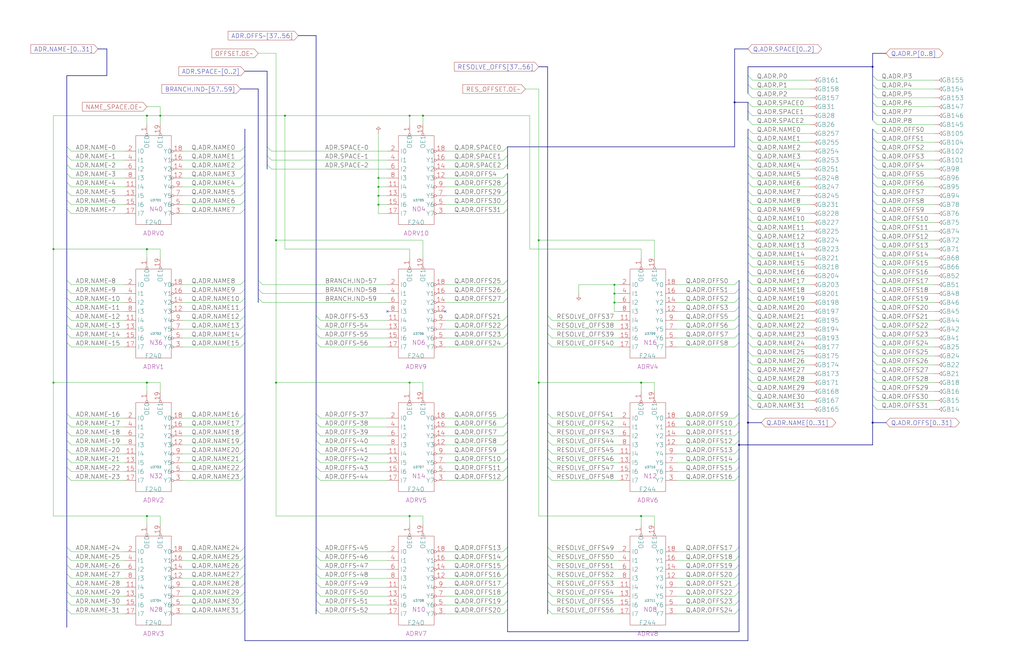
<source format=kicad_sch>
(kicad_sch (version 20250114) (generator "eeschema") (generator_version "9.0")
  (paper "User" 584.2 378.46)
  (title_block (title "ADDRESS BUS DRIVERS") (date "22-MAY-90") (rev "1.0") (comment 1 "SEQUENCER") (comment 2 "232-003064") (comment 3 "S400") (comment 4 "RELEASED"))
  (junction (at 83.82 142.24))
  (junction (at 365.76 218.44))
  (junction (at 419.1 58.42))
  (junction (at 215.9 101.6))
  (junction (at 233.68 66.04))
  (junction (at 162.56 66.04))
  (junction (at 497.84 38.1))
  (junction (at 307.34 137.16))
  (junction (at 350.52 172.72))
  (junction (at 365.76 294.64))
  (junction (at 497.84 241.3))
  (junction (at 30.48 142.24))
  (junction (at 215.9 106.68))
  (junction (at 421.64 254))
  (junction (at 215.9 116.84))
  (junction (at 30.48 218.44))
  (junction (at 307.34 218.44))
  (junction (at 157.48 218.44))
  (junction (at 83.82 66.04))
  (junction (at 233.68 294.64))
  (junction (at 83.82 218.44))
  (junction (at 83.82 294.64))
  (junction (at 241.3 66.04))
  (junction (at 91.44 66.04))
  (junction (at 233.68 218.44))
  (junction (at 215.9 111.76))
  (junction (at 157.48 137.16))
  (junction (at 350.52 162.56))
  (junction (at 426.72 241.3))
  (junction (at 350.52 167.64))
  (no_connect (at 254 177.8))
  (no_connect (at 220.98 177.8))
  (bus_entry (at 497.84 114.3) (size 2.54 2.54))
  (bus_entry (at 497.84 144.78) (size 2.54 2.54))
  (bus_entry (at 139.7 119.38) (size -2.54 2.54))
  (bus_entry (at 38.1 266.7) (size 2.54 2.54))
  (bus_entry (at 421.64 327.66) (size -2.54 2.54))
  (bus_entry (at 421.64 251.46) (size -2.54 2.54))
  (bus_entry (at 139.7 88.9) (size -2.54 2.54))
  (bus_entry (at 289.56 185.42) (size -2.54 2.54))
  (bus_entry (at 421.64 236.22) (size -2.54 2.54))
  (bus_entry (at 289.56 347.98) (size -2.54 2.54))
  (bus_entry (at 426.72 124.46) (size 2.54 2.54))
  (bus_entry (at 289.56 236.22) (size -2.54 2.54))
  (bus_entry (at 38.1 180.34) (size 2.54 2.54))
  (bus_entry (at 426.72 93.98) (size 2.54 2.54))
  (bus_entry (at 426.72 43.18) (size 2.54 2.54))
  (bus_entry (at 289.56 317.5) (size -2.54 2.54))
  (bus_entry (at 426.72 165.1) (size 2.54 2.54))
  (bus_entry (at 180.34 261.62) (size 2.54 2.54))
  (bus_entry (at 38.1 312.42) (size 2.54 2.54))
  (bus_entry (at 426.72 170.18) (size 2.54 2.54))
  (bus_entry (at 147.32 165.1) (size 2.54 2.54))
  (bus_entry (at 289.56 190.5) (size -2.54 2.54))
  (bus_entry (at 421.64 241.3) (size -2.54 2.54))
  (bus_entry (at 497.84 129.54) (size 2.54 2.54))
  (bus_entry (at 497.84 195.58) (size 2.54 2.54))
  (bus_entry (at 38.1 185.42) (size 2.54 2.54))
  (bus_entry (at 289.56 114.3) (size -2.54 2.54))
  (bus_entry (at 38.1 327.66) (size 2.54 2.54))
  (bus_entry (at 38.1 165.1) (size 2.54 2.54))
  (bus_entry (at 289.56 256.54) (size -2.54 2.54))
  (bus_entry (at 38.1 256.54) (size 2.54 2.54))
  (bus_entry (at 421.64 180.34) (size -2.54 2.54))
  (bus_entry (at 139.7 114.3) (size -2.54 2.54))
  (bus_entry (at 38.1 175.26) (size 2.54 2.54))
  (bus_entry (at 289.56 332.74) (size -2.54 2.54))
  (bus_entry (at 139.7 337.82) (size -2.54 2.54))
  (bus_entry (at 139.7 266.7) (size -2.54 2.54))
  (bus_entry (at 497.84 68.58) (size 2.54 2.54))
  (bus_entry (at 312.42 261.62) (size 2.54 2.54))
  (bus_entry (at 497.84 175.26) (size 2.54 2.54))
  (bus_entry (at 426.72 109.22) (size 2.54 2.54))
  (bus_entry (at 312.42 195.58) (size 2.54 2.54))
  (bus_entry (at 38.1 317.5) (size 2.54 2.54))
  (bus_entry (at 139.7 175.26) (size -2.54 2.54))
  (bus_entry (at 180.34 256.54) (size 2.54 2.54))
  (bus_entry (at 139.7 322.58) (size -2.54 2.54))
  (bus_entry (at 139.7 195.58) (size -2.54 2.54))
  (bus_entry (at 289.56 271.78) (size -2.54 2.54))
  (bus_entry (at 38.1 322.58) (size 2.54 2.54))
  (bus_entry (at 38.1 332.74) (size 2.54 2.54))
  (bus_entry (at 180.34 195.58) (size 2.54 2.54))
  (bus_entry (at 426.72 63.5) (size 2.54 2.54))
  (bus_entry (at 289.56 160.02) (size -2.54 2.54))
  (bus_entry (at 426.72 68.58) (size 2.54 2.54))
  (bus_entry (at 180.34 185.42) (size 2.54 2.54))
  (bus_entry (at 497.84 154.94) (size 2.54 2.54))
  (bus_entry (at 497.84 180.34) (size 2.54 2.54))
  (bus_entry (at 139.7 170.18) (size -2.54 2.54))
  (bus_entry (at 426.72 48.26) (size 2.54 2.54))
  (bus_entry (at 38.1 246.38) (size 2.54 2.54))
  (bus_entry (at 497.84 215.9) (size 2.54 2.54))
  (bus_entry (at 421.64 190.5) (size -2.54 2.54))
  (bus_entry (at 180.34 322.58) (size 2.54 2.54))
  (bus_entry (at 497.84 53.34) (size 2.54 2.54))
  (bus_entry (at 38.1 241.3) (size 2.54 2.54))
  (bus_entry (at 421.64 175.26) (size -2.54 2.54))
  (bus_entry (at 426.72 129.54) (size 2.54 2.54))
  (bus_entry (at 426.72 190.5) (size 2.54 2.54))
  (bus_entry (at 312.42 241.3) (size 2.54 2.54))
  (bus_entry (at 289.56 165.1) (size -2.54 2.54))
  (bus_entry (at 497.84 124.46) (size 2.54 2.54))
  (bus_entry (at 289.56 109.22) (size -2.54 2.54))
  (bus_entry (at 497.84 83.82) (size 2.54 2.54))
  (bus_entry (at 38.1 114.3) (size 2.54 2.54))
  (bus_entry (at 421.64 271.78) (size -2.54 2.54))
  (bus_entry (at 426.72 226.06) (size 2.54 2.54))
  (bus_entry (at 289.56 104.14) (size -2.54 2.54))
  (bus_entry (at 139.7 83.82) (size -2.54 2.54))
  (bus_entry (at 312.42 266.7) (size 2.54 2.54))
  (bus_entry (at 289.56 180.34) (size -2.54 2.54))
  (bus_entry (at 289.56 119.38) (size -2.54 2.54))
  (bus_entry (at 497.84 185.42) (size 2.54 2.54))
  (bus_entry (at 180.34 236.22) (size 2.54 2.54))
  (bus_entry (at 426.72 139.7) (size 2.54 2.54))
  (bus_entry (at 180.34 312.42) (size 2.54 2.54))
  (bus_entry (at 38.1 119.38) (size 2.54 2.54))
  (bus_entry (at 180.34 347.98) (size 2.54 2.54))
  (bus_entry (at 426.72 88.9) (size 2.54 2.54))
  (bus_entry (at 421.64 322.58) (size -2.54 2.54))
  (bus_entry (at 312.42 271.78) (size 2.54 2.54))
  (bus_entry (at 497.84 63.5) (size 2.54 2.54))
  (bus_entry (at 497.84 109.22) (size 2.54 2.54))
  (bus_entry (at 38.1 347.98) (size 2.54 2.54))
  (bus_entry (at 38.1 337.82) (size 2.54 2.54))
  (bus_entry (at 497.84 200.66) (size 2.54 2.54))
  (bus_entry (at 289.56 83.82) (size -2.54 2.54))
  (bus_entry (at 139.7 332.74) (size -2.54 2.54))
  (bus_entry (at 289.56 327.66) (size -2.54 2.54))
  (bus_entry (at 38.1 99.06) (size 2.54 2.54))
  (bus_entry (at 139.7 99.06) (size -2.54 2.54))
  (bus_entry (at 180.34 327.66) (size 2.54 2.54))
  (bus_entry (at 289.56 251.46) (size -2.54 2.54))
  (bus_entry (at 426.72 99.06) (size 2.54 2.54))
  (bus_entry (at 421.64 160.02) (size -2.54 2.54))
  (bus_entry (at 180.34 332.74) (size 2.54 2.54))
  (bus_entry (at 38.1 195.58) (size 2.54 2.54))
  (bus_entry (at 426.72 160.02) (size 2.54 2.54))
  (bus_entry (at 139.7 271.78) (size -2.54 2.54))
  (bus_entry (at 139.7 261.62) (size -2.54 2.54))
  (bus_entry (at 289.56 246.38) (size -2.54 2.54))
  (bus_entry (at 421.64 332.74) (size -2.54 2.54))
  (bus_entry (at 38.1 160.02) (size 2.54 2.54))
  (bus_entry (at 180.34 317.5) (size 2.54 2.54))
  (bus_entry (at 180.34 180.34) (size 2.54 2.54))
  (bus_entry (at 180.34 342.9) (size 2.54 2.54))
  (bus_entry (at 426.72 215.9) (size 2.54 2.54))
  (bus_entry (at 426.72 195.58) (size 2.54 2.54))
  (bus_entry (at 426.72 210.82) (size 2.54 2.54))
  (bus_entry (at 312.42 332.74) (size 2.54 2.54))
  (bus_entry (at 312.42 312.42) (size 2.54 2.54))
  (bus_entry (at 289.56 170.18) (size -2.54 2.54))
  (bus_entry (at 497.84 139.7) (size 2.54 2.54))
  (bus_entry (at 421.64 347.98) (size -2.54 2.54))
  (bus_entry (at 497.84 210.82) (size 2.54 2.54))
  (bus_entry (at 497.84 170.18) (size 2.54 2.54))
  (bus_entry (at 497.84 160.02) (size 2.54 2.54))
  (bus_entry (at 312.42 236.22) (size 2.54 2.54))
  (bus_entry (at 139.7 165.1) (size -2.54 2.54))
  (bus_entry (at 421.64 337.82) (size -2.54 2.54))
  (bus_entry (at 289.56 322.58) (size -2.54 2.54))
  (bus_entry (at 497.84 104.14) (size 2.54 2.54))
  (bus_entry (at 426.72 53.34) (size 2.54 2.54))
  (bus_entry (at 139.7 347.98) (size -2.54 2.54))
  (bus_entry (at 426.72 149.86) (size 2.54 2.54))
  (bus_entry (at 312.42 180.34) (size 2.54 2.54))
  (bus_entry (at 421.64 256.54) (size -2.54 2.54))
  (bus_entry (at 180.34 246.38) (size 2.54 2.54))
  (bus_entry (at 421.64 165.1) (size -2.54 2.54))
  (bus_entry (at 426.72 205.74) (size 2.54 2.54))
  (bus_entry (at 497.84 43.18) (size 2.54 2.54))
  (bus_entry (at 312.42 327.66) (size 2.54 2.54))
  (bus_entry (at 497.84 165.1) (size 2.54 2.54))
  (bus_entry (at 289.56 337.82) (size -2.54 2.54))
  (bus_entry (at 497.84 119.38) (size 2.54 2.54))
  (bus_entry (at 139.7 109.22) (size -2.54 2.54))
  (bus_entry (at 38.1 236.22) (size 2.54 2.54))
  (bus_entry (at 289.56 312.42) (size -2.54 2.54))
  (bus_entry (at 152.4 88.9) (size 2.54 2.54))
  (bus_entry (at 421.64 342.9) (size -2.54 2.54))
  (bus_entry (at 497.84 205.74) (size 2.54 2.54))
  (bus_entry (at 38.1 342.9) (size 2.54 2.54))
  (bus_entry (at 139.7 160.02) (size -2.54 2.54))
  (bus_entry (at 139.7 251.46) (size -2.54 2.54))
  (bus_entry (at 139.7 241.3) (size -2.54 2.54))
  (bus_entry (at 147.32 160.02) (size 2.54 2.54))
  (bus_entry (at 139.7 185.42) (size -2.54 2.54))
  (bus_entry (at 139.7 190.5) (size -2.54 2.54))
  (bus_entry (at 139.7 180.34) (size -2.54 2.54))
  (bus_entry (at 38.1 109.22) (size 2.54 2.54))
  (bus_entry (at 426.72 175.26) (size 2.54 2.54))
  (bus_entry (at 180.34 241.3) (size 2.54 2.54))
  (bus_entry (at 312.42 185.42) (size 2.54 2.54))
  (bus_entry (at 421.64 261.62) (size -2.54 2.54))
  (bus_entry (at 38.1 93.98) (size 2.54 2.54))
  (bus_entry (at 426.72 180.34) (size 2.54 2.54))
  (bus_entry (at 426.72 185.42) (size 2.54 2.54))
  (bus_entry (at 38.1 83.82) (size 2.54 2.54))
  (bus_entry (at 312.42 347.98) (size 2.54 2.54))
  (bus_entry (at 426.72 200.66) (size 2.54 2.54))
  (bus_entry (at 180.34 251.46) (size 2.54 2.54))
  (bus_entry (at 421.64 317.5) (size -2.54 2.54))
  (bus_entry (at 497.84 58.42) (size 2.54 2.54))
  (bus_entry (at 426.72 114.3) (size 2.54 2.54))
  (bus_entry (at 426.72 134.62) (size 2.54 2.54))
  (bus_entry (at 312.42 246.38) (size 2.54 2.54))
  (bus_entry (at 497.84 88.9) (size 2.54 2.54))
  (bus_entry (at 426.72 83.82) (size 2.54 2.54))
  (bus_entry (at 426.72 220.98) (size 2.54 2.54))
  (bus_entry (at 139.7 246.38) (size -2.54 2.54))
  (bus_entry (at 312.42 337.82) (size 2.54 2.54))
  (bus_entry (at 426.72 231.14) (size 2.54 2.54))
  (bus_entry (at 139.7 93.98) (size -2.54 2.54))
  (bus_entry (at 497.84 220.98) (size 2.54 2.54))
  (bus_entry (at 139.7 317.5) (size -2.54 2.54))
  (bus_entry (at 497.84 78.74) (size 2.54 2.54))
  (bus_entry (at 312.42 317.5) (size 2.54 2.54))
  (bus_entry (at 426.72 154.94) (size 2.54 2.54))
  (bus_entry (at 312.42 251.46) (size 2.54 2.54))
  (bus_entry (at 289.56 342.9) (size -2.54 2.54))
  (bus_entry (at 289.56 241.3) (size -2.54 2.54))
  (bus_entry (at 139.7 327.66) (size -2.54 2.54))
  (bus_entry (at 497.84 48.26) (size 2.54 2.54))
  (bus_entry (at 426.72 144.78) (size 2.54 2.54))
  (bus_entry (at 38.1 261.62) (size 2.54 2.54))
  (bus_entry (at 426.72 78.74) (size 2.54 2.54))
  (bus_entry (at 180.34 337.82) (size 2.54 2.54))
  (bus_entry (at 289.56 99.06) (size -2.54 2.54))
  (bus_entry (at 426.72 58.42) (size 2.54 2.54))
  (bus_entry (at 152.4 93.98) (size 2.54 2.54))
  (bus_entry (at 421.64 266.7) (size -2.54 2.54))
  (bus_entry (at 497.84 99.06) (size 2.54 2.54))
  (bus_entry (at 289.56 195.58) (size -2.54 2.54))
  (bus_entry (at 38.1 170.18) (size 2.54 2.54))
  (bus_entry (at 289.56 93.98) (size -2.54 2.54))
  (bus_entry (at 497.84 149.86) (size 2.54 2.54))
  (bus_entry (at 139.7 312.42) (size -2.54 2.54))
  (bus_entry (at 139.7 236.22) (size -2.54 2.54))
  (bus_entry (at 139.7 104.14) (size -2.54 2.54))
  (bus_entry (at 312.42 322.58) (size 2.54 2.54))
  (bus_entry (at 38.1 190.5) (size 2.54 2.54))
  (bus_entry (at 497.84 231.14) (size 2.54 2.54))
  (bus_entry (at 497.84 93.98) (size 2.54 2.54))
  (bus_entry (at 421.64 195.58) (size -2.54 2.54))
  (bus_entry (at 38.1 104.14) (size 2.54 2.54))
  (bus_entry (at 139.7 256.54) (size -2.54 2.54))
  (bus_entry (at 426.72 104.14) (size 2.54 2.54))
  (bus_entry (at 497.84 226.06) (size 2.54 2.54))
  (bus_entry (at 38.1 271.78) (size 2.54 2.54))
  (bus_entry (at 180.34 266.7) (size 2.54 2.54))
  (bus_entry (at 421.64 170.18) (size -2.54 2.54))
  (bus_entry (at 152.4 83.82) (size 2.54 2.54))
  (bus_entry (at 497.84 134.62) (size 2.54 2.54))
  (bus_entry (at 426.72 73.66) (size 2.54 2.54))
  (bus_entry (at 289.56 266.7) (size -2.54 2.54))
  (bus_entry (at 38.1 251.46) (size 2.54 2.54))
  (bus_entry (at 38.1 88.9) (size 2.54 2.54))
  (bus_entry (at 312.42 190.5) (size 2.54 2.54))
  (bus_entry (at 180.34 190.5) (size 2.54 2.54))
  (bus_entry (at 426.72 119.38) (size 2.54 2.54))
  (bus_entry (at 180.34 271.78) (size 2.54 2.54))
  (bus_entry (at 421.64 185.42) (size -2.54 2.54))
  (bus_entry (at 147.32 170.18) (size 2.54 2.54))
  (bus_entry (at 421.64 312.42) (size -2.54 2.54))
  (bus_entry (at 497.84 73.66) (size 2.54 2.54))
  (bus_entry (at 497.84 190.5) (size 2.54 2.54))
  (bus_entry (at 139.7 342.9) (size -2.54 2.54))
  (bus_entry (at 421.64 246.38) (size -2.54 2.54))
  (bus_entry (at 289.56 88.9) (size -2.54 2.54))
  (bus_entry (at 312.42 342.9) (size 2.54 2.54))
  (bus_entry (at 289.56 261.62) (size -2.54 2.54))
  (bus_entry (at 312.42 256.54) (size 2.54 2.54))
  (wire (pts (xy 350.52 172.72) (xy 350.52 167.64)))
  (bus (pts (xy 426.72 119.38) (xy 426.72 124.46)))
  (wire (pts (xy 314.96 187.96) (xy 353.06 187.96)))
  (bus (pts (xy 426.72 109.22) (xy 426.72 114.3)))
  (wire (pts (xy 40.64 116.84) (xy 71.12 116.84)))
  (wire (pts (xy 386.08 335.28) (xy 419.1 335.28)))
  (wire (pts (xy 104.14 96.52) (xy 137.16 96.52)))
  (wire (pts (xy 386.08 248.92) (xy 419.1 248.92)))
  (wire (pts (xy 215.9 106.68) (xy 215.9 111.76)))
  (wire (pts (xy 500.38 127) (xy 533.4 127)))
  (wire (pts (xy 30.48 142.24) (xy 30.48 218.44)))
  (bus (pts (xy 312.42 246.38) (xy 312.42 251.46)))
  (wire (pts (xy 254 198.12) (xy 287.02 198.12)))
  (wire (pts (xy 91.44 142.24) (xy 83.82 142.24)))
  (wire (pts (xy 149.86 162.56) (xy 220.98 162.56)))
  (wire (pts (xy 215.9 111.76) (xy 215.9 116.84)))
  (wire (pts (xy 386.08 198.12) (xy 419.1 198.12)))
  (bus (pts (xy 289.56 185.42) (xy 289.56 190.5)))
  (wire (pts (xy 386.08 182.88) (xy 419.1 182.88)))
  (bus (pts (xy 139.7 40.64) (xy 152.4 40.64)))
  (bus (pts (xy 38.1 342.9) (xy 38.1 347.98)))
  (wire (pts (xy 500.38 45.72) (xy 533.4 45.72)))
  (bus (pts (xy 38.1 160.02) (xy 38.1 165.1)))
  (bus (pts (xy 38.1 119.38) (xy 38.1 160.02)))
  (wire (pts (xy 254 187.96) (xy 287.02 187.96)))
  (wire (pts (xy 254 325.12) (xy 287.02 325.12)))
  (wire (pts (xy 254 111.76) (xy 287.02 111.76)))
  (wire (pts (xy 254 314.96) (xy 287.02 314.96)))
  (bus (pts (xy 497.84 180.34) (xy 497.84 185.42)))
  (wire (pts (xy 429.26 116.84) (xy 462.28 116.84)))
  (bus (pts (xy 426.72 165.1) (xy 426.72 170.18)))
  (wire (pts (xy 40.64 274.32) (xy 71.12 274.32)))
  (wire (pts (xy 233.68 294.64) (xy 157.48 294.64)))
  (wire (pts (xy 254 193.04) (xy 287.02 193.04)))
  (bus (pts (xy 426.72 190.5) (xy 426.72 195.58)))
  (wire (pts (xy 91.44 223.52) (xy 91.44 218.44)))
  (bus (pts (xy 497.84 53.34) (xy 497.84 58.42)))
  (wire (pts (xy 30.48 66.04) (xy 30.48 142.24)))
  (wire (pts (xy 254 335.28) (xy 287.02 335.28)))
  (bus (pts (xy 139.7 261.62) (xy 139.7 266.7)))
  (bus (pts (xy 180.34 327.66) (xy 180.34 332.74)))
  (bus (pts (xy 421.64 180.34) (xy 421.64 185.42)))
  (bus (pts (xy 312.42 180.34) (xy 312.42 185.42)))
  (bus (pts (xy 152.4 83.82) (xy 152.4 88.9)))
  (wire (pts (xy 429.26 55.88) (xy 462.28 55.88)))
  (wire (pts (xy 429.26 218.44) (xy 462.28 218.44)))
  (bus (pts (xy 497.84 88.9) (xy 497.84 93.98)))
  (bus (pts (xy 312.42 317.5) (xy 312.42 322.58)))
  (wire (pts (xy 500.38 50.8) (xy 533.4 50.8)))
  (wire (pts (xy 314.96 345.44) (xy 353.06 345.44)))
  (wire (pts (xy 429.26 208.28) (xy 462.28 208.28)))
  (bus (pts (xy 289.56 332.74) (xy 289.56 337.82)))
  (wire (pts (xy 104.14 264.16) (xy 137.16 264.16)))
  (wire (pts (xy 40.64 264.16) (xy 71.12 264.16)))
  (wire (pts (xy 386.08 340.36) (xy 419.1 340.36)))
  (bus (pts (xy 139.7 256.54) (xy 139.7 261.62)))
  (wire (pts (xy 104.14 248.92) (xy 137.16 248.92)))
  (wire (pts (xy 241.3 218.44) (xy 241.3 223.52)))
  (bus (pts (xy 426.72 170.18) (xy 426.72 175.26)))
  (bus (pts (xy 38.1 332.74) (xy 38.1 337.82)))
  (wire (pts (xy 182.88 335.28) (xy 220.98 335.28)))
  (wire (pts (xy 215.9 116.84) (xy 215.9 121.92)))
  (bus (pts (xy 289.56 160.02) (xy 289.56 165.1)))
  (wire (pts (xy 386.08 193.04) (xy 419.1 193.04)))
  (bus (pts (xy 38.1 256.54) (xy 38.1 261.62)))
  (wire (pts (xy 307.34 218.44) (xy 365.76 218.44)))
  (wire (pts (xy 40.64 167.64) (xy 71.12 167.64)))
  (wire (pts (xy 254 238.76) (xy 287.02 238.76)))
  (bus (pts (xy 497.84 139.7) (xy 497.84 144.78)))
  (wire (pts (xy 365.76 218.44) (xy 373.38 218.44)))
  (bus (pts (xy 312.42 256.54) (xy 312.42 261.62)))
  (bus (pts (xy 497.84 215.9) (xy 497.84 220.98)))
  (bus (pts (xy 421.64 175.26) (xy 421.64 180.34)))
  (wire (pts (xy 500.38 76.2) (xy 533.4 76.2)))
  (bus (pts (xy 180.34 261.62) (xy 180.34 266.7)))
  (bus (pts (xy 139.7 175.26) (xy 139.7 180.34)))
  (wire (pts (xy 307.34 137.16) (xy 373.38 137.16)))
  (wire (pts (xy 386.08 350.52) (xy 419.1 350.52)))
  (bus (pts (xy 38.1 251.46) (xy 38.1 256.54)))
  (wire (pts (xy 104.14 182.88) (xy 137.16 182.88)))
  (wire (pts (xy 429.26 142.24) (xy 462.28 142.24)))
  (wire (pts (xy 254 320.04) (xy 287.02 320.04)))
  (wire (pts (xy 500.38 137.16) (xy 533.4 137.16)))
  (wire (pts (xy 157.48 137.16) (xy 241.3 137.16)))
  (bus (pts (xy 152.4 88.9) (xy 152.4 93.98)))
  (wire (pts (xy 40.64 259.08) (xy 71.12 259.08)))
  (wire (pts (xy 241.3 66.04) (xy 302.26 66.04)))
  (wire (pts (xy 30.48 66.04) (xy 83.82 66.04)))
  (wire (pts (xy 500.38 96.52) (xy 533.4 96.52)))
  (wire (pts (xy 241.3 294.64) (xy 233.68 294.64)))
  (wire (pts (xy 254 345.44) (xy 287.02 345.44)))
  (wire (pts (xy 104.14 162.56) (xy 137.16 162.56)))
  (wire (pts (xy 429.26 167.64) (xy 462.28 167.64)))
  (wire (pts (xy 386.08 243.84) (xy 419.1 243.84)))
  (bus (pts (xy 421.64 317.5) (xy 421.64 322.58)))
  (bus (pts (xy 289.56 256.54) (xy 289.56 261.62)))
  (wire (pts (xy 500.38 223.52) (xy 533.4 223.52)))
  (bus (pts (xy 180.34 266.7) (xy 180.34 271.78)))
  (wire (pts (xy 104.14 254) (xy 137.16 254)))
  (wire (pts (xy 104.14 106.68) (xy 137.16 106.68)))
  (bus (pts (xy 426.72 93.98) (xy 426.72 99.06)))
  (bus (pts (xy 180.34 236.22) (xy 180.34 241.3)))
  (wire (pts (xy 182.88 238.76) (xy 220.98 238.76)))
  (wire (pts (xy 104.14 335.28) (xy 137.16 335.28)))
  (wire (pts (xy 30.48 142.24) (xy 83.82 142.24)))
  (wire (pts (xy 91.44 71.12) (xy 91.44 66.04)))
  (wire (pts (xy 365.76 294.64) (xy 365.76 299.72)))
  (bus (pts (xy 426.72 83.82) (xy 426.72 88.9)))
  (bus (pts (xy 38.1 88.9) (xy 38.1 93.98)))
  (bus (pts (xy 497.84 43.18) (xy 497.84 48.26)))
  (wire (pts (xy 500.38 132.08) (xy 533.4 132.08)))
  (wire (pts (xy 162.56 66.04) (xy 162.56 142.24)))
  (bus (pts (xy 60.96 27.94) (xy 60.96 43.18)))
  (bus (pts (xy 497.84 149.86) (xy 497.84 154.94)))
  (wire (pts (xy 254 101.6) (xy 287.02 101.6)))
  (wire (pts (xy 40.64 269.24) (xy 71.12 269.24)))
  (wire (pts (xy 91.44 66.04) (xy 83.82 66.04)))
  (wire (pts (xy 182.88 198.12) (xy 220.98 198.12)))
  (wire (pts (xy 104.14 172.72) (xy 137.16 172.72)))
  (wire (pts (xy 30.48 218.44) (xy 30.48 294.64)))
  (wire (pts (xy 233.68 294.64) (xy 233.68 299.72)))
  (wire (pts (xy 104.14 243.84) (xy 137.16 243.84)))
  (wire (pts (xy 104.14 111.76) (xy 137.16 111.76)))
  (wire (pts (xy 91.44 147.32) (xy 91.44 142.24)))
  (bus (pts (xy 139.7 170.18) (xy 139.7 175.26)))
  (bus (pts (xy 139.7 180.34) (xy 139.7 185.42)))
  (wire (pts (xy 314.96 182.88) (xy 353.06 182.88)))
  (wire (pts (xy 40.64 101.6) (xy 71.12 101.6)))
  (bus (pts (xy 497.84 30.48) (xy 505.46 30.48)))
  (wire (pts (xy 500.38 203.2) (xy 533.4 203.2)))
  (wire (pts (xy 314.96 243.84) (xy 353.06 243.84)))
  (bus (pts (xy 38.1 190.5) (xy 38.1 195.58)))
  (bus (pts (xy 426.72 180.34) (xy 426.72 185.42)))
  (bus (pts (xy 38.1 43.18) (xy 38.1 83.82)))
  (bus (pts (xy 137.16 50.8) (xy 147.32 50.8)))
  (bus (pts (xy 289.56 322.58) (xy 289.56 327.66)))
  (bus (pts (xy 38.1 261.62) (xy 38.1 266.7)))
  (wire (pts (xy 500.38 60.96) (xy 533.4 60.96)))
  (wire (pts (xy 429.26 45.72) (xy 462.28 45.72)))
  (wire (pts (xy 386.08 254) (xy 419.1 254)))
  (bus (pts (xy 312.42 347.98) (xy 312.42 350.52)))
  (wire (pts (xy 91.44 60.96) (xy 91.44 66.04)))
  (bus (pts (xy 289.56 114.3) (xy 289.56 119.38)))
  (bus (pts (xy 289.56 88.9) (xy 289.56 93.98)))
  (wire (pts (xy 233.68 66.04) (xy 233.68 71.12)))
  (bus (pts (xy 312.42 337.82) (xy 312.42 342.9)))
  (bus (pts (xy 497.84 38.1) (xy 497.84 30.48)))
  (bus (pts (xy 289.56 261.62) (xy 289.56 266.7)))
  (wire (pts (xy 182.88 182.88) (xy 220.98 182.88)))
  (wire (pts (xy 104.14 330.2) (xy 137.16 330.2)))
  (wire (pts (xy 233.68 218.44) (xy 241.3 218.44)))
  (bus (pts (xy 38.1 93.98) (xy 38.1 99.06)))
  (bus (pts (xy 497.84 154.94) (xy 497.84 160.02)))
  (wire (pts (xy 353.06 177.8) (xy 350.52 177.8)))
  (wire (pts (xy 254 259.08) (xy 287.02 259.08)))
  (bus (pts (xy 139.7 185.42) (xy 139.7 190.5)))
  (bus (pts (xy 180.34 256.54) (xy 180.34 261.62)))
  (bus (pts (xy 419.1 83.82) (xy 419.1 58.42)))
  (wire (pts (xy 154.94 91.44) (xy 220.98 91.44)))
  (bus (pts (xy 497.84 63.5) (xy 497.84 68.58)))
  (wire (pts (xy 302.26 66.04) (xy 302.26 142.24)))
  (wire (pts (xy 429.26 81.28) (xy 462.28 81.28)))
  (wire (pts (xy 91.44 299.72) (xy 91.44 294.64)))
  (wire (pts (xy 83.82 294.64) (xy 83.82 299.72)))
  (bus (pts (xy 139.7 317.5) (xy 139.7 322.58)))
  (wire (pts (xy 350.52 167.64) (xy 353.06 167.64)))
  (wire (pts (xy 104.14 177.8) (xy 137.16 177.8)))
  (wire (pts (xy 40.64 254) (xy 71.12 254)))
  (wire (pts (xy 162.56 142.24) (xy 233.68 142.24)))
  (bus (pts (xy 312.42 266.7) (xy 312.42 271.78)))
  (wire (pts (xy 500.38 86.36) (xy 533.4 86.36)))
  (bus (pts (xy 426.72 220.98) (xy 426.72 226.06)))
  (wire (pts (xy 40.64 314.96) (xy 71.12 314.96)))
  (bus (pts (xy 421.64 337.82) (xy 421.64 342.9)))
  (bus (pts (xy 421.64 241.3) (xy 421.64 246.38)))
  (bus (pts (xy 426.72 149.86) (xy 426.72 154.94)))
  (wire (pts (xy 429.26 177.8) (xy 462.28 177.8)))
  (bus (pts (xy 426.72 114.3) (xy 426.72 119.38)))
  (bus (pts (xy 426.72 200.66) (xy 426.72 205.74)))
  (bus (pts (xy 38.1 317.5) (xy 38.1 322.58)))
  (wire (pts (xy 314.96 330.2) (xy 353.06 330.2)))
  (wire (pts (xy 104.14 86.36) (xy 137.16 86.36)))
  (bus (pts (xy 497.84 241.3) (xy 505.46 241.3)))
  (wire (pts (xy 182.88 254) (xy 220.98 254)))
  (bus (pts (xy 289.56 165.1) (xy 289.56 170.18)))
  (bus (pts (xy 38.1 175.26) (xy 38.1 180.34)))
  (wire (pts (xy 83.82 142.24) (xy 83.82 147.32)))
  (bus (pts (xy 421.64 312.42) (xy 421.64 317.5)))
  (bus (pts (xy 307.34 38.1) (xy 312.42 38.1)))
  (wire (pts (xy 500.38 182.88) (xy 533.4 182.88)))
  (wire (pts (xy 350.52 172.72) (xy 353.06 172.72)))
  (wire (pts (xy 314.96 269.24) (xy 353.06 269.24)))
  (bus (pts (xy 139.7 83.82) (xy 139.7 88.9)))
  (bus (pts (xy 421.64 322.58) (xy 421.64 327.66)))
  (bus (pts (xy 289.56 180.34) (xy 289.56 185.42)))
  (bus (pts (xy 497.84 58.42) (xy 497.84 63.5)))
  (bus (pts (xy 426.72 58.42) (xy 419.1 58.42)))
  (bus (pts (xy 421.64 190.5) (xy 421.64 195.58)))
  (wire (pts (xy 40.64 243.84) (xy 71.12 243.84)))
  (bus (pts (xy 426.72 134.62) (xy 426.72 139.7)))
  (bus (pts (xy 289.56 93.98) (xy 289.56 96.52)))
  (wire (pts (xy 254 264.16) (xy 287.02 264.16)))
  (bus (pts (xy 312.42 342.9) (xy 312.42 347.98)))
  (wire (pts (xy 104.14 350.52) (xy 137.16 350.52)))
  (wire (pts (xy 307.34 50.8) (xy 307.34 137.16)))
  (bus (pts (xy 289.56 119.38) (xy 289.56 160.02)))
  (bus (pts (xy 421.64 165.1) (xy 421.64 170.18)))
  (wire (pts (xy 215.9 76.2) (xy 215.9 101.6)))
  (wire (pts (xy 500.38 106.68) (xy 533.4 106.68)))
  (bus (pts (xy 426.72 129.54) (xy 426.72 134.62)))
  (wire (pts (xy 40.64 162.56) (xy 71.12 162.56)))
  (wire (pts (xy 233.68 142.24) (xy 233.68 147.32)))
  (wire (pts (xy 254 162.56) (xy 287.02 162.56)))
  (wire (pts (xy 104.14 116.84) (xy 137.16 116.84)))
  (wire (pts (xy 314.96 238.76) (xy 353.06 238.76)))
  (wire (pts (xy 429.26 86.36) (xy 462.28 86.36)))
  (wire (pts (xy 314.96 198.12) (xy 353.06 198.12)))
  (bus (pts (xy 139.7 312.42) (xy 139.7 317.5)))
  (wire (pts (xy 104.14 101.6) (xy 137.16 101.6)))
  (bus (pts (xy 426.72 154.94) (xy 426.72 160.02)))
  (bus (pts (xy 426.72 210.82) (xy 426.72 215.9)))
  (bus (pts (xy 180.34 180.34) (xy 180.34 185.42)))
  (wire (pts (xy 386.08 269.24) (xy 419.1 269.24)))
  (bus (pts (xy 60.96 43.18) (xy 38.1 43.18)))
  (wire (pts (xy 104.14 187.96) (xy 137.16 187.96)))
  (wire (pts (xy 373.38 294.64) (xy 373.38 299.72)))
  (wire (pts (xy 429.26 127) (xy 462.28 127)))
  (wire (pts (xy 314.96 340.36) (xy 353.06 340.36)))
  (bus (pts (xy 289.56 360.68) (xy 421.64 360.68)))
  (wire (pts (xy 104.14 314.96) (xy 137.16 314.96)))
  (wire (pts (xy 500.38 121.92) (xy 533.4 121.92)))
  (wire (pts (xy 429.26 50.8) (xy 462.28 50.8)))
  (bus (pts (xy 426.72 160.02) (xy 426.72 165.1)))
  (wire (pts (xy 365.76 218.44) (xy 365.76 223.52)))
  (bus (pts (xy 312.42 322.58) (xy 312.42 327.66)))
  (wire (pts (xy 83.82 60.96) (xy 91.44 60.96)))
  (wire (pts (xy 500.38 218.44) (xy 533.4 218.44)))
  (bus (pts (xy 289.56 236.22) (xy 289.56 241.3)))
  (bus (pts (xy 289.56 109.22) (xy 289.56 114.3)))
  (wire (pts (xy 429.26 193.04) (xy 462.28 193.04)))
  (bus (pts (xy 497.84 73.66) (xy 497.84 78.74)))
  (wire (pts (xy 429.26 76.2) (xy 462.28 76.2)))
  (wire (pts (xy 314.96 254) (xy 353.06 254)))
  (bus (pts (xy 170.18 20.32) (xy 180.34 20.32)))
  (wire (pts (xy 104.14 274.32) (xy 137.16 274.32)))
  (bus (pts (xy 289.56 83.82) (xy 289.56 88.9)))
  (wire (pts (xy 254 91.44) (xy 287.02 91.44)))
  (bus (pts (xy 497.84 129.54) (xy 497.84 134.62)))
  (wire (pts (xy 429.26 182.88) (xy 462.28 182.88)))
  (wire (pts (xy 500.38 233.68) (xy 533.4 233.68)))
  (bus (pts (xy 426.72 99.06) (xy 426.72 104.14)))
  (wire (pts (xy 30.48 294.64) (xy 83.82 294.64)))
  (wire (pts (xy 40.64 248.92) (xy 71.12 248.92)))
  (wire (pts (xy 429.26 147.32) (xy 462.28 147.32)))
  (wire (pts (xy 500.38 167.64) (xy 533.4 167.64)))
  (wire (pts (xy 40.64 198.12) (xy 71.12 198.12)))
  (bus (pts (xy 289.56 337.82) (xy 289.56 342.9)))
  (bus (pts (xy 497.84 83.82) (xy 497.84 88.9)))
  (wire (pts (xy 373.38 218.44) (xy 373.38 223.52)))
  (bus (pts (xy 497.84 185.42) (xy 497.84 190.5)))
  (bus (pts (xy 312.42 241.3) (xy 312.42 246.38)))
  (bus (pts (xy 497.84 38.1) (xy 426.72 38.1)))
  (wire (pts (xy 40.64 330.2) (xy 71.12 330.2)))
  (wire (pts (xy 429.26 198.12) (xy 462.28 198.12)))
  (bus (pts (xy 289.56 251.46) (xy 289.56 256.54)))
  (wire (pts (xy 307.34 294.64) (xy 365.76 294.64)))
  (bus (pts (xy 38.1 347.98) (xy 38.1 358.14)))
  (bus (pts (xy 312.42 251.46) (xy 312.42 256.54)))
  (bus (pts (xy 147.32 170.18) (xy 147.32 172.72)))
  (wire (pts (xy 429.26 152.4) (xy 462.28 152.4)))
  (wire (pts (xy 104.14 259.08) (xy 137.16 259.08)))
  (bus (pts (xy 426.72 43.18) (xy 426.72 48.26)))
  (bus (pts (xy 38.1 195.58) (xy 38.1 236.22)))
  (wire (pts (xy 104.14 325.12) (xy 137.16 325.12)))
  (wire (pts (xy 182.88 320.04) (xy 220.98 320.04)))
  (bus (pts (xy 180.34 246.38) (xy 180.34 251.46)))
  (wire (pts (xy 215.9 116.84) (xy 220.98 116.84)))
  (wire (pts (xy 215.9 101.6) (xy 220.98 101.6)))
  (bus (pts (xy 139.7 236.22) (xy 139.7 241.3)))
  (wire (pts (xy 299.72 50.8) (xy 307.34 50.8)))
  (wire (pts (xy 254 243.84) (xy 287.02 243.84)))
  (bus (pts (xy 497.84 200.66) (xy 497.84 205.74)))
  (wire (pts (xy 40.64 111.76) (xy 71.12 111.76)))
  (wire (pts (xy 40.64 86.36) (xy 71.12 86.36)))
  (wire (pts (xy 40.64 340.36) (xy 71.12 340.36)))
  (wire (pts (xy 220.98 121.92) (xy 215.9 121.92)))
  (bus (pts (xy 497.84 109.22) (xy 497.84 114.3)))
  (bus (pts (xy 180.34 185.42) (xy 180.34 190.5)))
  (wire (pts (xy 40.64 345.44) (xy 71.12 345.44)))
  (wire (pts (xy 254 86.36) (xy 287.02 86.36)))
  (wire (pts (xy 162.56 66.04) (xy 233.68 66.04)))
  (bus (pts (xy 139.7 104.14) (xy 139.7 109.22)))
  (bus (pts (xy 497.84 195.58) (xy 497.84 200.66)))
  (bus (pts (xy 426.72 195.58) (xy 426.72 200.66)))
  (wire (pts (xy 429.26 157.48) (xy 462.28 157.48)))
  (wire (pts (xy 386.08 259.08) (xy 419.1 259.08)))
  (bus (pts (xy 312.42 261.62) (xy 312.42 266.7)))
  (bus (pts (xy 426.72 231.14) (xy 426.72 241.3)))
  (wire (pts (xy 500.38 91.44) (xy 533.4 91.44)))
  (wire (pts (xy 500.38 152.4) (xy 533.4 152.4)))
  (wire (pts (xy 429.26 137.16) (xy 462.28 137.16)))
  (bus (pts (xy 426.72 139.7) (xy 426.72 144.78)))
  (wire (pts (xy 254 248.92) (xy 287.02 248.92)))
  (wire (pts (xy 40.64 96.52) (xy 71.12 96.52)))
  (bus (pts (xy 426.72 185.42) (xy 426.72 190.5)))
  (wire (pts (xy 182.88 248.92) (xy 220.98 248.92)))
  (wire (pts (xy 233.68 218.44) (xy 233.68 223.52)))
  (bus (pts (xy 38.1 236.22) (xy 38.1 241.3)))
  (bus (pts (xy 139.7 337.82) (xy 139.7 342.9)))
  (bus (pts (xy 139.7 365.76) (xy 426.72 365.76)))
  (wire (pts (xy 215.9 101.6) (xy 215.9 106.68)))
  (wire (pts (xy 149.86 172.72) (xy 220.98 172.72)))
  (bus (pts (xy 180.34 322.58) (xy 180.34 327.66)))
  (bus (pts (xy 421.64 170.18) (xy 421.64 175.26)))
  (wire (pts (xy 40.64 325.12) (xy 71.12 325.12)))
  (wire (pts (xy 254 172.72) (xy 287.02 172.72)))
  (wire (pts (xy 500.38 187.96) (xy 533.4 187.96)))
  (bus (pts (xy 497.84 114.3) (xy 497.84 119.38)))
  (wire (pts (xy 254 182.88) (xy 287.02 182.88)))
  (bus (pts (xy 289.56 342.9) (xy 289.56 347.98)))
  (wire (pts (xy 104.14 198.12) (xy 137.16 198.12)))
  (wire (pts (xy 215.9 106.68) (xy 220.98 106.68)))
  (bus (pts (xy 426.72 124.46) (xy 426.72 129.54)))
  (bus (pts (xy 38.1 312.42) (xy 38.1 317.5)))
  (bus (pts (xy 38.1 180.34) (xy 38.1 185.42)))
  (wire (pts (xy 182.88 269.24) (xy 220.98 269.24)))
  (wire (pts (xy 314.96 248.92) (xy 353.06 248.92)))
  (wire (pts (xy 254 274.32) (xy 287.02 274.32)))
  (wire (pts (xy 83.82 218.44) (xy 83.82 223.52)))
  (bus (pts (xy 426.72 241.3) (xy 434.34 241.3)))
  (bus (pts (xy 289.56 266.7) (xy 289.56 271.78)))
  (wire (pts (xy 386.08 320.04) (xy 419.1 320.04)))
  (bus (pts (xy 497.84 48.26) (xy 497.84 53.34)))
  (wire (pts (xy 386.08 325.12) (xy 419.1 325.12)))
  (wire (pts (xy 254 330.2) (xy 287.02 330.2)))
  (wire (pts (xy 386.08 187.96) (xy 419.1 187.96)))
  (bus (pts (xy 312.42 271.78) (xy 312.42 312.42)))
  (bus (pts (xy 421.64 160.02) (xy 421.64 165.1)))
  (bus (pts (xy 497.84 231.14) (xy 497.84 241.3)))
  (wire (pts (xy 314.96 335.28) (xy 353.06 335.28)))
  (wire (pts (xy 429.26 132.08) (xy 462.28 132.08)))
  (wire (pts (xy 30.48 218.44) (xy 83.82 218.44)))
  (wire (pts (xy 386.08 177.8) (xy 419.1 177.8)))
  (bus (pts (xy 38.1 83.82) (xy 38.1 88.9)))
  (bus (pts (xy 38.1 185.42) (xy 38.1 190.5)))
  (wire (pts (xy 500.38 101.6) (xy 533.4 101.6)))
  (bus (pts (xy 38.1 246.38) (xy 38.1 251.46)))
  (bus (pts (xy 180.34 317.5) (xy 180.34 322.58)))
  (bus (pts (xy 139.7 251.46) (xy 139.7 256.54)))
  (wire (pts (xy 429.26 203.2) (xy 462.28 203.2)))
  (bus (pts (xy 180.34 251.46) (xy 180.34 256.54)))
  (bus (pts (xy 421.64 342.9) (xy 421.64 347.98)))
  (bus (pts (xy 180.34 332.74) (xy 180.34 337.82)))
  (bus (pts (xy 139.7 271.78) (xy 139.7 312.42)))
  (bus (pts (xy 147.32 165.1) (xy 147.32 170.18)))
  (bus (pts (xy 38.1 109.22) (xy 38.1 114.3)))
  (bus (pts (xy 139.7 327.66) (xy 139.7 332.74)))
  (bus (pts (xy 421.64 246.38) (xy 421.64 251.46)))
  (wire (pts (xy 254 106.68) (xy 287.02 106.68)))
  (wire (pts (xy 429.26 60.96) (xy 462.28 60.96)))
  (wire (pts (xy 182.88 274.32) (xy 220.98 274.32)))
  (wire (pts (xy 182.88 193.04) (xy 220.98 193.04)))
  (bus (pts (xy 421.64 256.54) (xy 421.64 261.62)))
  (wire (pts (xy 500.38 228.6) (xy 533.4 228.6)))
  (bus (pts (xy 139.7 322.58) (xy 139.7 327.66)))
  (bus (pts (xy 421.64 271.78) (xy 421.64 312.42)))
  (bus (pts (xy 139.7 165.1) (xy 139.7 170.18)))
  (wire (pts (xy 157.48 218.44) (xy 157.48 137.16)))
  (wire (pts (xy 40.64 193.04) (xy 71.12 193.04)))
  (bus (pts (xy 497.84 160.02) (xy 497.84 165.1)))
  (wire (pts (xy 254 340.36) (xy 287.02 340.36)))
  (bus (pts (xy 289.56 99.06) (xy 289.56 104.14)))
  (bus (pts (xy 152.4 40.64) (xy 152.4 83.82)))
  (bus (pts (xy 180.34 347.98) (xy 180.34 350.52)))
  (wire (pts (xy 233.68 66.04) (xy 241.3 66.04)))
  (wire (pts (xy 386.08 345.44) (xy 419.1 345.44)))
  (wire (pts (xy 254 96.52) (xy 287.02 96.52)))
  (bus (pts (xy 38.1 266.7) (xy 38.1 271.78)))
  (wire (pts (xy 386.08 274.32) (xy 419.1 274.32)))
  (bus (pts (xy 426.72 144.78) (xy 426.72 149.86)))
  (bus (pts (xy 152.4 93.98) (xy 152.4 96.52)))
  (bus (pts (xy 421.64 254) (xy 421.64 256.54)))
  (wire (pts (xy 429.26 223.52) (xy 462.28 223.52)))
  (wire (pts (xy 500.38 71.12) (xy 533.4 71.12)))
  (bus (pts (xy 421.64 254) (xy 497.84 254)))
  (wire (pts (xy 182.88 330.2) (xy 220.98 330.2)))
  (wire (pts (xy 429.26 91.44) (xy 462.28 91.44)))
  (bus (pts (xy 139.7 93.98) (xy 139.7 99.06)))
  (wire (pts (xy 373.38 137.16) (xy 373.38 147.32)))
  (bus (pts (xy 289.56 83.82) (xy 419.1 83.82)))
  (bus (pts (xy 497.84 93.98) (xy 497.84 99.06)))
  (wire (pts (xy 365.76 142.24) (xy 365.76 147.32)))
  (bus (pts (xy 426.72 88.9) (xy 426.72 93.98)))
  (wire (pts (xy 314.96 314.96) (xy 353.06 314.96)))
  (wire (pts (xy 500.38 111.76) (xy 533.4 111.76)))
  (wire (pts (xy 182.88 340.36) (xy 220.98 340.36)))
  (wire (pts (xy 500.38 157.48) (xy 533.4 157.48)))
  (wire (pts (xy 241.3 137.16) (xy 241.3 147.32)))
  (wire (pts (xy 314.96 264.16) (xy 353.06 264.16)))
  (wire (pts (xy 40.64 177.8) (xy 71.12 177.8)))
  (bus (pts (xy 426.72 63.5) (xy 426.72 68.58)))
  (bus (pts (xy 38.1 337.82) (xy 38.1 342.9)))
  (bus (pts (xy 139.7 266.7) (xy 139.7 271.78)))
  (bus (pts (xy 426.72 48.26) (xy 426.72 53.34)))
  (bus (pts (xy 289.56 327.66) (xy 289.56 332.74)))
  (bus (pts (xy 497.84 119.38) (xy 497.84 124.46)))
  (wire (pts (xy 314.96 193.04) (xy 353.06 193.04)))
  (wire (pts (xy 314.96 325.12) (xy 353.06 325.12)))
  (wire (pts (xy 40.64 106.68) (xy 71.12 106.68)))
  (wire (pts (xy 147.32 30.48) (xy 157.48 30.48)))
  (wire (pts (xy 40.64 182.88) (xy 71.12 182.88)))
  (wire (pts (xy 429.26 96.52) (xy 462.28 96.52)))
  (wire (pts (xy 330.2 162.56) (xy 330.2 167.64)))
  (bus (pts (xy 289.56 104.14) (xy 289.56 109.22)))
  (wire (pts (xy 429.26 121.92) (xy 462.28 121.92)))
  (bus (pts (xy 426.72 175.26) (xy 426.72 180.34)))
  (bus (pts (xy 421.64 332.74) (xy 421.64 337.82)))
  (bus (pts (xy 139.7 342.9) (xy 139.7 347.98)))
  (bus (pts (xy 180.34 342.9) (xy 180.34 347.98)))
  (bus (pts (xy 139.7 114.3) (xy 139.7 119.38)))
  (bus (pts (xy 426.72 78.74) (xy 426.72 83.82)))
  (bus (pts (xy 180.34 20.32) (xy 180.34 180.34)))
  (bus (pts (xy 38.1 327.66) (xy 38.1 332.74)))
  (bus (pts (xy 421.64 195.58) (xy 421.64 236.22)))
  (bus (pts (xy 289.56 312.42) (xy 289.56 317.5)))
  (wire (pts (xy 429.26 101.6) (xy 462.28 101.6)))
  (wire (pts (xy 302.26 142.24) (xy 365.76 142.24)))
  (wire (pts (xy 40.64 121.92) (xy 71.12 121.92)))
  (bus (pts (xy 139.7 119.38) (xy 139.7 160.02)))
  (wire (pts (xy 254 167.64) (xy 287.02 167.64)))
  (bus (pts (xy 497.84 210.82) (xy 497.84 215.9)))
  (bus (pts (xy 289.56 195.58) (xy 289.56 236.22)))
  (bus (pts (xy 421.64 185.42) (xy 421.64 190.5)))
  (wire (pts (xy 91.44 218.44) (xy 83.82 218.44)))
  (wire (pts (xy 500.38 147.32) (xy 533.4 147.32)))
  (wire (pts (xy 104.14 121.92) (xy 137.16 121.92)))
  (wire (pts (xy 254 269.24) (xy 287.02 269.24)))
  (wire (pts (xy 157.48 137.16) (xy 157.48 30.48)))
  (bus (pts (xy 497.84 165.1) (xy 497.84 170.18)))
  (bus (pts (xy 139.7 73.66) (xy 139.7 83.82)))
  (bus (pts (xy 289.56 246.38) (xy 289.56 251.46)))
  (wire (pts (xy 104.14 91.44) (xy 137.16 91.44)))
  (bus (pts (xy 421.64 236.22) (xy 421.64 241.3)))
  (wire (pts (xy 429.26 172.72) (xy 462.28 172.72)))
  (wire (pts (xy 104.14 320.04) (xy 137.16 320.04)))
  (bus (pts (xy 147.32 50.8) (xy 147.32 160.02)))
  (wire (pts (xy 307.34 294.64) (xy 307.34 218.44)))
  (wire (pts (xy 182.88 187.96) (xy 220.98 187.96)))
  (wire (pts (xy 182.88 259.08) (xy 220.98 259.08)))
  (wire (pts (xy 182.88 314.96) (xy 220.98 314.96)))
  (bus (pts (xy 289.56 271.78) (xy 289.56 312.42)))
  (wire (pts (xy 350.52 177.8) (xy 350.52 172.72)))
  (wire (pts (xy 182.88 345.44) (xy 220.98 345.44)))
  (wire (pts (xy 500.38 66.04) (xy 533.4 66.04)))
  (wire (pts (xy 386.08 314.96) (xy 419.1 314.96)))
  (wire (pts (xy 429.26 71.12) (xy 462.28 71.12)))
  (bus (pts (xy 497.84 226.06) (xy 497.84 231.14)))
  (wire (pts (xy 386.08 167.64) (xy 419.1 167.64)))
  (bus (pts (xy 139.7 109.22) (xy 139.7 114.3)))
  (bus (pts (xy 497.84 134.62) (xy 497.84 139.7)))
  (bus (pts (xy 312.42 195.58) (xy 312.42 236.22)))
  (wire (pts (xy 104.14 167.64) (xy 137.16 167.64)))
  (wire (pts (xy 500.38 213.36) (xy 533.4 213.36)))
  (bus (pts (xy 38.1 104.14) (xy 38.1 109.22)))
  (bus (pts (xy 497.84 99.06) (xy 497.84 104.14)))
  (bus (pts (xy 312.42 190.5) (xy 312.42 195.58)))
  (wire (pts (xy 500.38 198.12) (xy 533.4 198.12)))
  (bus (pts (xy 421.64 261.62) (xy 421.64 266.7)))
  (bus (pts (xy 139.7 160.02) (xy 139.7 165.1)))
  (wire (pts (xy 40.64 187.96) (xy 71.12 187.96)))
  (wire (pts (xy 182.88 325.12) (xy 220.98 325.12)))
  (wire (pts (xy 307.34 218.44) (xy 307.34 137.16)))
  (wire (pts (xy 429.26 187.96) (xy 462.28 187.96)))
  (wire (pts (xy 429.26 213.36) (xy 462.28 213.36)))
  (wire (pts (xy 500.38 81.28) (xy 533.4 81.28)))
  (wire (pts (xy 314.96 259.08) (xy 353.06 259.08)))
  (wire (pts (xy 500.38 177.8) (xy 533.4 177.8)))
  (wire (pts (xy 500.38 142.24) (xy 533.4 142.24)))
  (bus (pts (xy 289.56 170.18) (xy 289.56 180.34)))
  (wire (pts (xy 429.26 233.68) (xy 462.28 233.68)))
  (wire (pts (xy 254 116.84) (xy 287.02 116.84)))
  (wire (pts (xy 104.14 238.76) (xy 137.16 238.76)))
  (wire (pts (xy 104.14 269.24) (xy 137.16 269.24)))
  (wire (pts (xy 500.38 172.72) (xy 533.4 172.72)))
  (bus (pts (xy 147.32 160.02) (xy 147.32 165.1)))
  (wire (pts (xy 500.38 116.84) (xy 533.4 116.84)))
  (bus (pts (xy 312.42 327.66) (xy 312.42 332.74)))
  (bus (pts (xy 38.1 271.78) (xy 38.1 312.42)))
  (bus (pts (xy 38.1 99.06) (xy 38.1 104.14)))
  (bus (pts (xy 55.88 27.94) (xy 60.96 27.94)))
  (bus (pts (xy 497.84 124.46) (xy 497.84 129.54)))
  (wire (pts (xy 182.88 243.84) (xy 220.98 243.84)))
  (wire (pts (xy 500.38 55.88) (xy 533.4 55.88)))
  (bus (pts (xy 421.64 251.46) (xy 421.64 254)))
  (wire (pts (xy 350.52 167.64) (xy 350.52 162.56)))
  (wire (pts (xy 365.76 294.64) (xy 373.38 294.64)))
  (bus (pts (xy 421.64 347.98) (xy 421.64 360.68)))
  (bus (pts (xy 497.84 190.5) (xy 497.84 195.58)))
  (bus (pts (xy 139.7 347.98) (xy 139.7 365.76)))
  (wire (pts (xy 182.88 350.52) (xy 220.98 350.52)))
  (bus (pts (xy 312.42 38.1) (xy 312.42 180.34)))
  (wire (pts (xy 314.96 350.52) (xy 353.06 350.52)))
  (bus (pts (xy 497.84 170.18) (xy 497.84 175.26)))
  (wire (pts (xy 429.26 66.04) (xy 462.28 66.04)))
  (wire (pts (xy 91.44 294.64) (xy 83.82 294.64)))
  (bus (pts (xy 312.42 332.74) (xy 312.42 337.82)))
  (wire (pts (xy 314.96 320.04) (xy 353.06 320.04)))
  (wire (pts (xy 500.38 162.56) (xy 533.4 162.56)))
  (bus (pts (xy 38.1 241.3) (xy 38.1 246.38)))
  (wire (pts (xy 83.82 66.04) (xy 83.82 71.12)))
  (bus (pts (xy 426.72 205.74) (xy 426.72 210.82)))
  (bus (pts (xy 419.1 58.42) (xy 419.1 27.94)))
  (bus (pts (xy 497.84 220.98) (xy 497.84 226.06)))
  (bus (pts (xy 421.64 266.7) (xy 421.64 271.78)))
  (bus (pts (xy 426.72 226.06) (xy 426.72 231.14)))
  (wire (pts (xy 40.64 335.28) (xy 71.12 335.28)))
  (wire (pts (xy 182.88 264.16) (xy 220.98 264.16)))
  (bus (pts (xy 312.42 312.42) (xy 312.42 317.5)))
  (wire (pts (xy 386.08 330.2) (xy 419.1 330.2)))
  (wire (pts (xy 241.3 299.72) (xy 241.3 294.64)))
  (bus (pts (xy 497.84 104.14) (xy 497.84 109.22)))
  (wire (pts (xy 40.64 91.44) (xy 71.12 91.44)))
  (wire (pts (xy 157.48 218.44) (xy 233.68 218.44)))
  (wire (pts (xy 314.96 274.32) (xy 353.06 274.32)))
  (bus (pts (xy 312.42 185.42) (xy 312.42 190.5)))
  (bus (pts (xy 497.84 205.74) (xy 497.84 210.82)))
  (wire (pts (xy 254 121.92) (xy 287.02 121.92)))
  (wire (pts (xy 429.26 228.6) (xy 462.28 228.6)))
  (wire (pts (xy 40.64 320.04) (xy 71.12 320.04)))
  (wire (pts (xy 154.94 96.52) (xy 220.98 96.52)))
  (wire (pts (xy 241.3 66.04) (xy 241.3 71.12)))
  (bus (pts (xy 497.84 38.1) (xy 497.84 43.18)))
  (bus (pts (xy 289.56 190.5) (xy 289.56 195.58)))
  (wire (pts (xy 350.52 162.56) (xy 330.2 162.56)))
  (bus (pts (xy 139.7 99.06) (xy 139.7 104.14)))
  (bus (pts (xy 38.1 322.58) (xy 38.1 327.66)))
  (wire (pts (xy 500.38 208.28) (xy 533.4 208.28)))
  (bus (pts (xy 139.7 190.5) (xy 139.7 195.58)))
  (bus (pts (xy 312.42 236.22) (xy 312.42 241.3)))
  (bus (pts (xy 139.7 246.38) (xy 139.7 251.46)))
  (wire (pts (xy 429.26 106.68) (xy 462.28 106.68)))
  (bus (pts (xy 180.34 190.5) (xy 180.34 195.58)))
  (wire (pts (xy 149.86 167.64) (xy 220.98 167.64)))
  (wire (pts (xy 104.14 193.04) (xy 137.16 193.04)))
  (bus (pts (xy 139.7 332.74) (xy 139.7 337.82)))
  (wire (pts (xy 429.26 111.76) (xy 462.28 111.76)))
  (bus (pts (xy 289.56 347.98) (xy 289.56 360.68)))
  (bus (pts (xy 426.72 38.1) (xy 426.72 43.18)))
  (wire (pts (xy 40.64 238.76) (xy 71.12 238.76)))
  (wire (pts (xy 254 254) (xy 287.02 254)))
  (wire (pts (xy 386.08 238.76) (xy 419.1 238.76)))
  (bus (pts (xy 497.84 175.26) (xy 497.84 180.34)))
  (bus (pts (xy 497.84 254) (xy 497.84 241.3)))
  (bus (pts (xy 497.84 144.78) (xy 497.84 149.86)))
  (bus (pts (xy 419.1 27.94) (xy 426.72 27.94)))
  (bus (pts (xy 139.7 195.58) (xy 139.7 236.22)))
  (bus (pts (xy 426.72 104.14) (xy 426.72 109.22)))
  (wire (pts (xy 104.14 345.44) (xy 137.16 345.44)))
  (wire (pts (xy 91.44 66.04) (xy 162.56 66.04)))
  (bus (pts (xy 426.72 365.76) (xy 426.72 241.3)))
  (bus (pts (xy 180.34 241.3) (xy 180.34 246.38)))
  (wire (pts (xy 350.52 162.56) (xy 353.06 162.56)))
  (wire (pts (xy 429.26 162.56) (xy 462.28 162.56)))
  (bus (pts (xy 180.34 337.82) (xy 180.34 342.9)))
  (bus (pts (xy 38.1 170.18) (xy 38.1 175.26)))
  (wire (pts (xy 154.94 86.36) (xy 220.98 86.36)))
  (wire (pts (xy 386.08 162.56) (xy 419.1 162.56)))
  (wire (pts (xy 157.48 294.64) (xy 157.48 218.44)))
  (wire (pts (xy 215.9 111.76) (xy 220.98 111.76)))
  (bus (pts (xy 426.72 215.9) (xy 426.72 220.98)))
  (bus (pts (xy 289.56 241.3) (xy 289.56 246.38)))
  (wire (pts (xy 40.64 172.72) (xy 71.12 172.72)))
  (wire (pts (xy 386.08 172.72) (xy 419.1 172.72)))
  (bus (pts (xy 38.1 165.1) (xy 38.1 170.18)))
  (wire (pts (xy 104.14 340.36) (xy 137.16 340.36)))
  (wire (pts (xy 386.08 264.16) (xy 419.1 264.16)))
  (wire (pts (xy 500.38 193.04) (xy 533.4 193.04)))
  (bus (pts (xy 139.7 88.9) (xy 139.7 93.98)))
  (bus (pts (xy 180.34 195.58) (xy 180.34 236.22)))
  (wire (pts (xy 254 350.52) (xy 287.02 350.52)))
  (bus (pts (xy 426.72 73.66) (xy 426.72 78.74)))
  (bus (pts (xy 139.7 241.3) (xy 139.7 246.38)))
  (bus (pts (xy 421.64 327.66) (xy 421.64 332.74)))
  (bus (pts (xy 38.1 114.3) (xy 38.1 119.38)))
  (bus (pts (xy 497.84 78.74) (xy 497.84 83.82)))
  (bus (pts (xy 426.72 58.42) (xy 426.72 63.5)))
  (bus (pts (xy 180.34 312.42) (xy 180.34 317.5)))
  (wire (pts (xy 40.64 350.52) (xy 71.12 350.52)))
  (bus (pts (xy 180.34 271.78) (xy 180.34 312.42)))
  (bus (pts (xy 289.56 317.5) (xy 289.56 322.58)))
  (label "Q.ADR.NAME1" (at 431.8 81.28 0) (effects (font (size 2.54 2.54))))
  (label "Q.ADR.OFFS15" (at 502.92 152.4 0) (effects (font (size 2.54 2.54))))
  (label "Q.ADR.NAME4" (at 431.8 96.52 0) (effects (font (size 2.54 2.54))))
  (label "Q.ADR.OFFS19" (at 391.16 325.12 0) (effects (font (size 2.54 2.54))))
  (label "Q.ADR.NAME17" (at 431.8 162.56 0) (effects (font (size 2.54 2.54))))
  (label "Q.ADR.NAME5" (at 431.8 101.6 0) (effects (font (size 2.54 2.54))))
  (label "Q.ADR.OFFS23" (at 259.08 193.04 0) (effects (font (size 2.54 2.54))))
  (label "Q.ADR.OFFS2" (at 502.92 86.36 0) (effects (font (size 2.54 2.54))))
  (label "Q.ADR.OFFS11" (at 259.08 269.24 0) (effects (font (size 2.54 2.54))))
  (label "RESOLVE_OFFS46" (at 317.5 264.16 0) (effects (font (size 2.54 2.54))))
  (label "ADR.NAME~26" (at 43.18 325.12 0) (effects (font (size 2.54 2.54))))
  (label "Q.ADR.OFFS15" (at 259.08 325.12 0) (effects (font (size 2.54 2.54))))
  (label "Q.ADR.NAME30" (at 109.22 345.44 0) (effects (font (size 2.54 2.54))))
  (label "Q.ADR.NAME1" (at 109.22 91.44 0) (effects (font (size 2.54 2.54))))
  (label "Q.ADR.OFFS25" (at 259.08 162.56 0) (effects (font (size 2.54 2.54))))
  (label "ADR.NAME~4" (at 43.18 106.68 0) (effects (font (size 2.54 2.54))))
  (label "Q.ADR.NAME2" (at 109.22 96.52 0) (effects (font (size 2.54 2.54))))
  (label "RESOLVE_OFFS44" (at 317.5 254 0) (effects (font (size 2.54 2.54))))
  (label "Q.ADR.NAME12" (at 431.8 137.16 0) (effects (font (size 2.54 2.54))))
  (label "Q.ADR.NAME13" (at 431.8 142.24 0) (effects (font (size 2.54 2.54))))
  (label "Q.ADR.OFFS28" (at 502.92 218.44 0) (effects (font (size 2.54 2.54))))
  (label "ADR.NAME~6" (at 43.18 116.84 0) (effects (font (size 2.54 2.54))))
  (label "ADR.NAME~1" (at 43.18 91.44 0) (effects (font (size 2.54 2.54))))
  (label "Q.ADR.OFFS3" (at 502.92 91.44 0) (effects (font (size 2.54 2.54))))
  (label "Q.ADR.OFFS17" (at 259.08 335.28 0) (effects (font (size 2.54 2.54))))
  (label "Q.ADR.NAME29" (at 109.22 340.36 0) (effects (font (size 2.54 2.54))))
  (label "Q.ADR.NAME25" (at 431.8 203.2 0) (effects (font (size 2.54 2.54))))
  (label "Q.ADR.SPACE2" (at 259.08 96.52 0) (effects (font (size 2.54 2.54))))
  (label "Q.ADR.NAME30" (at 431.8 228.6 0) (effects (font (size 2.54 2.54))))
  (label "Q.ADR.NAME14" (at 109.22 193.04 0) (effects (font (size 2.54 2.54))))
  (label "Q.ADR.OFFS18" (at 391.16 320.04 0) (effects (font (size 2.54 2.54))))
  (label "Q.ADR.NAME10" (at 431.8 127 0) (effects (font (size 2.54 2.54))))
  (label "Q.ADR.NAME3" (at 109.22 101.6 0) (effects (font (size 2.54 2.54))))
  (label "Q.ADR.P0" (at 431.8 45.72 0) (effects (font (size 2.54 2.54))))
  (label "Q.ADR.OFFS18" (at 502.92 167.64 0) (effects (font (size 2.54 2.54))))
  (label "BRANCH.IND~58" (at 185.42 167.64 0) (effects (font (size 2.54 2.54))))
  (label "ADR.SPACE~2" (at 185.42 96.52 0) (effects (font (size 2.54 2.54))))
  (label "ADR.NAME~8" (at 43.18 162.56 0) (effects (font (size 2.54 2.54))))
  (label "ADR.NAME~27" (at 43.18 330.2 0) (effects (font (size 2.54 2.54))))
  (label "Q.ADR.NAME0" (at 109.22 86.36 0) (effects (font (size 2.54 2.54))))
  (label "Q.ADR.P3" (at 502.92 45.72 0) (effects (font (size 2.54 2.54))))
  (label "Q.ADR.OFFS29" (at 502.92 223.52 0) (effects (font (size 2.54 2.54))))
  (label "ADR.OFFS~37" (at 185.42 238.76 0) (effects (font (size 2.54 2.54))))
  (label "ADR.SPACE~0" (at 185.42 86.36 0) (effects (font (size 2.54 2.54))))
  (label "ADR.OFFS~41" (at 185.42 259.08 0) (effects (font (size 2.54 2.54))))
  (label "RESOLVE_OFFS52" (at 317.5 330.2 0) (effects (font (size 2.54 2.54))))
  (label "Q.ADR.OFFS31" (at 502.92 233.68 0) (effects (font (size 2.54 2.54))))
  (label "Q.ADR.OFFS3" (at 391.16 177.8 0) (effects (font (size 2.54 2.54))))
  (label "Q.ADR.P5" (at 502.92 55.88 0) (effects (font (size 2.54 2.54))))
  (label "ADR.OFFS~43" (at 185.42 269.24 0) (effects (font (size 2.54 2.54))))
  (label "Q.ADR.OFFS7" (at 391.16 193.04 0) (effects (font (size 2.54 2.54))))
  (label "Q.ADR.OFFS8" (at 502.92 116.84 0) (effects (font (size 2.54 2.54))))
  (label "Q.ADR.OFFS19" (at 259.08 345.44 0) (effects (font (size 2.54 2.54))))
  (label "RESOLVE_OFFS50" (at 317.5 320.04 0) (effects (font (size 2.54 2.54))))
  (label "Q.ADR.OFFS13" (at 259.08 314.96 0) (effects (font (size 2.54 2.54))))
  (label "ADR.NAME~16" (at 43.18 238.76 0) (effects (font (size 2.54 2.54))))
  (label "ADR.NAME~9" (at 43.18 167.64 0) (effects (font (size 2.54 2.54))))
  (label "Q.ADR.OFFS20" (at 391.16 330.2 0) (effects (font (size 2.54 2.54))))
  (label "Q.ADR.OFFS13" (at 391.16 259.08 0) (effects (font (size 2.54 2.54))))
  (label "ADR.NAME~25" (at 43.18 320.04 0) (effects (font (size 2.54 2.54))))
  (label "Q.ADR.NAME6" (at 109.22 116.84 0) (effects (font (size 2.54 2.54))))
  (label "Q.ADR.NAME21" (at 431.8 182.88 0) (effects (font (size 2.54 2.54))))
  (label "ADR.OFFS~45" (at 185.42 314.96 0) (effects (font (size 2.54 2.54))))
  (label "ADR.NAME~15" (at 43.18 198.12 0) (effects (font (size 2.54 2.54))))
  (label "Q.ADR.OFFS16" (at 502.92 157.48 0) (effects (font (size 2.54 2.54))))
  (label "ADR.SPACE~1" (at 185.42 91.44 0) (effects (font (size 2.54 2.54))))
  (label "Q.ADR.OFFS21" (at 391.16 335.28 0) (effects (font (size 2.54 2.54))))
  (label "Q.ADR.OFFS5" (at 391.16 182.88 0) (effects (font (size 2.54 2.54))))
  (label "Q.ADR.NAME8" (at 431.8 116.84 0) (effects (font (size 2.54 2.54))))
  (label "Q.ADR.OFFS8" (at 259.08 254 0) (effects (font (size 2.54 2.54))))
  (label "Q.ADR.NAME13" (at 109.22 187.96 0) (effects (font (size 2.54 2.54))))
  (label "Q.ADR.OFFS7" (at 502.92 111.76 0) (effects (font (size 2.54 2.54))))
  (label "Q.ADR.OFFS25" (at 502.92 203.2 0) (effects (font (size 2.54 2.54))))
  (label "Q.ADR.P2" (at 431.8 55.88 0) (effects (font (size 2.54 2.54))))
  (label "Q.ADR.NAME27" (at 431.8 213.36 0) (effects (font (size 2.54 2.54))))
  (label "ADR.OFFS~47" (at 185.42 325.12 0) (effects (font (size 2.54 2.54))))
  (label "RESOLVE_OFFS53" (at 317.5 335.28 0) (effects (font (size 2.54 2.54))))
  (label "Q.ADR.OFFS24" (at 391.16 350.52 0) (effects (font (size 2.54 2.54))))
  (label "Q.ADR.NAME7" (at 109.22 121.92 0) (effects (font (size 2.54 2.54))))
  (label "Q.ADR.OFFS21" (at 502.92 182.88 0) (effects (font (size 2.54 2.54))))
  (label "Q.ADR.NAME14" (at 431.8 147.32 0) (effects (font (size 2.54 2.54))))
  (label "Q.ADR.NAME17" (at 109.22 243.84 0) (effects (font (size 2.54 2.54))))
  (label "Q.ADR.NAME28" (at 431.8 218.44 0) (effects (font (size 2.54 2.54))))
  (label "Q.ADR.NAME6" (at 431.8 106.68 0) (effects (font (size 2.54 2.54))))
  (label "Q.ADR.OFFS10" (at 502.92 127 0) (effects (font (size 2.54 2.54))))
  (label "Q.ADR.OFFS12" (at 259.08 274.32 0) (effects (font (size 2.54 2.54))))
  (label "Q.ADR.NAME22" (at 109.22 269.24 0) (effects (font (size 2.54 2.54))))
  (label "RESOLVE_OFFS54" (at 317.5 340.36 0) (effects (font (size 2.54 2.54))))
  (label "BRANCH.IND~57" (at 185.42 162.56 0) (effects (font (size 2.54 2.54))))
  (label "Q.ADR.P1" (at 431.8 50.8 0) (effects (font (size 2.54 2.54))))
  (label "ADR.NAME~11" (at 43.18 177.8 0) (effects (font (size 2.54 2.54))))
  (label "Q.ADR.OFFS30" (at 259.08 116.84 0) (effects (font (size 2.54 2.54))))
  (label "RESOLVE_OFFS37" (at 317.5 182.88 0) (effects (font (size 2.54 2.54))))
  (label "Q.ADR.OFFS22" (at 259.08 187.96 0) (effects (font (size 2.54 2.54))))
  (label "Q.ADR.NAME9" (at 431.8 121.92 0) (effects (font (size 2.54 2.54))))
  (label "Q.ADR.NAME15" (at 109.22 198.12 0) (effects (font (size 2.54 2.54))))
  (label "ADR.NAME~30" (at 43.18 345.44 0) (effects (font (size 2.54 2.54))))
  (label "Q.ADR.OFFS17" (at 502.92 162.56 0) (effects (font (size 2.54 2.54))))
  (label "Q.ADR.NAME10" (at 109.22 172.72 0) (effects (font (size 2.54 2.54))))
  (label "Q.ADR.NAME31" (at 431.8 233.68 0) (effects (font (size 2.54 2.54))))
  (label "Q.ADR.NAME16" (at 431.8 157.48 0) (effects (font (size 2.54 2.54))))
  (label "ADR.OFFS~40" (at 185.42 254 0) (effects (font (size 2.54 2.54))))
  (label "ADR.NAME~14" (at 43.18 193.04 0) (effects (font (size 2.54 2.54))))
  (label "Q.ADR.SPACE1" (at 259.08 91.44 0) (effects (font (size 2.54 2.54))))
  (label "Q.ADR.NAME29" (at 431.8 223.52 0) (effects (font (size 2.54 2.54))))
  (label "RESOLVE_OFFS42" (at 317.5 243.84 0) (effects (font (size 2.54 2.54))))
  (label "Q.ADR.OFFS5" (at 259.08 238.76 0) (effects (font (size 2.54 2.54))))
  (label "Q.ADR.NAME23" (at 431.8 193.04 0) (effects (font (size 2.54 2.54))))
  (label "Q.ADR.SPACE0" (at 259.08 86.36 0) (effects (font (size 2.54 2.54))))
  (label "Q.ADR.P7" (at 502.92 66.04 0) (effects (font (size 2.54 2.54))))
  (label "ADR.NAME~18" (at 43.18 248.92 0) (effects (font (size 2.54 2.54))))
  (label "Q.ADR.OFFS26" (at 259.08 167.64 0) (effects (font (size 2.54 2.54))))
  (label "BRANCH.IND~59" (at 185.42 172.72 0) (effects (font (size 2.54 2.54))))
  (label "Q.ADR.NAME16" (at 109.22 238.76 0) (effects (font (size 2.54 2.54))))
  (label "ADR.NAME~12" (at 43.18 182.88 0) (effects (font (size 2.54 2.54))))
  (label "Q.ADR.OFFS12" (at 502.92 137.16 0) (effects (font (size 2.54 2.54))))
  (label "Q.ADR.OFFS20" (at 259.08 350.52 0) (effects (font (size 2.54 2.54))))
  (label "ADR.NAME~10" (at 43.18 172.72 0) (effects (font (size 2.54 2.54))))
  (label "Q.ADR.SPACE0" (at 431.8 60.96 0) (effects (font (size 2.54 2.54))))
  (label "Q.ADR.OFFS7" (at 259.08 248.92 0) (effects (font (size 2.54 2.54))))
  (label "Q.ADR.OFFS6" (at 502.92 106.68 0) (effects (font (size 2.54 2.54))))
  (label "RESOLVE_OFFS55" (at 317.5 345.44 0) (effects (font (size 2.54 2.54))))
  (label "Q.ADR.OFFS27" (at 259.08 172.72 0) (effects (font (size 2.54 2.54))))
  (label "RESOLVE_OFFS51" (at 317.5 325.12 0) (effects (font (size 2.54 2.54))))
  (label "Q.ADR.OFFS5" (at 502.92 101.6 0) (effects (font (size 2.54 2.54))))
  (label "Q.ADR.NAME3" (at 431.8 91.44 0) (effects (font (size 2.54 2.54))))
  (label "Q.ADR.NAME19" (at 431.8 172.72 0) (effects (font (size 2.54 2.54))))
  (label "Q.ADR.OFFS28" (at 259.08 106.68 0) (effects (font (size 2.54 2.54))))
  (label "ADR.NAME~23" (at 43.18 274.32 0) (effects (font (size 2.54 2.54))))
  (label "Q.ADR.OFFS0" (at 502.92 76.2 0) (effects (font (size 2.54 2.54))))
  (label "Q.ADR.OFFS30" (at 502.92 228.6 0) (effects (font (size 2.54 2.54))))
  (label "Q.ADR.OFFS9" (at 502.92 121.92 0) (effects (font (size 2.54 2.54))))
  (label "Q.ADR.OFFS18" (at 259.08 340.36 0) (effects (font (size 2.54 2.54))))
  (label "Q.ADR.P4" (at 502.92 50.8 0) (effects (font (size 2.54 2.54))))
  (label "RESOLVE_OFFS48" (at 317.5 274.32 0) (effects (font (size 2.54 2.54))))
  (label "Q.ADR.NAME22" (at 431.8 187.96 0) (effects (font (size 2.54 2.54))))
  (label "Q.ADR.NAME9" (at 109.22 167.64 0) (effects (font (size 2.54 2.54))))
  (label "ADR.OFFS~55" (at 185.42 193.04 0) (effects (font (size 2.54 2.54))))
  (label "Q.ADR.NAME20" (at 431.8 177.8 0) (effects (font (size 2.54 2.54))))
  (label "Q.ADR.NAME8" (at 109.22 162.56 0) (effects (font (size 2.54 2.54))))
  (label "Q.ADR.OFFS16" (at 391.16 274.32 0) (effects (font (size 2.54 2.54))))
  (label "Q.ADR.NAME5" (at 109.22 111.76 0) (effects (font (size 2.54 2.54))))
  (label "ADR.NAME~0" (at 43.18 86.36 0) (effects (font (size 2.54 2.54))))
  (label "Q.ADR.OFFS1" (at 502.92 81.28 0) (effects (font (size 2.54 2.54))))
  (label "Q.ADR.OFFS6" (at 391.16 187.96 0) (effects (font (size 2.54 2.54))))
  (label "Q.ADR.NAME0" (at 431.8 76.2 0) (effects (font (size 2.54 2.54))))
  (label "Q.ADR.OFFS20" (at 502.92 177.8 0) (effects (font (size 2.54 2.54))))
  (label "Q.ADR.OFFS29" (at 259.08 111.76 0) (effects (font (size 2.54 2.54))))
  (label "ADR.NAME~28" (at 43.18 335.28 0) (effects (font (size 2.54 2.54))))
  (label "RESOLVE_OFFS49" (at 317.5 314.96 0) (effects (font (size 2.54 2.54))))
  (label "ADR.NAME~5" (at 43.18 111.76 0) (effects (font (size 2.54 2.54))))
  (label "Q.ADR.SPACE2" (at 431.8 71.12 0) (effects (font (size 2.54 2.54))))
  (label "Q.ADR.NAME2" (at 431.8 86.36 0) (effects (font (size 2.54 2.54))))
  (label "Q.ADR.OFFS1" (at 391.16 167.64 0) (effects (font (size 2.54 2.54))))
  (label "RESOLVE_OFFS41" (at 317.5 238.76 0) (effects (font (size 2.54 2.54))))
  (label "ADR.OFFS~50" (at 185.42 340.36 0) (effects (font (size 2.54 2.54))))
  (label "Q.ADR.NAME20" (at 109.22 259.08 0) (effects (font (size 2.54 2.54))))
  (label "Q.ADR.OFFS24" (at 502.92 198.12 0) (effects (font (size 2.54 2.54))))
  (label "ADR.OFFS~42" (at 185.42 264.16 0) (effects (font (size 2.54 2.54))))
  (label "ADR.NAME~19" (at 43.18 254 0) (effects (font (size 2.54 2.54))))
  (label "RESOLVE_OFFS47" (at 317.5 269.24 0) (effects (font (size 2.54 2.54))))
  (label "Q.ADR.NAME31" (at 109.22 350.52 0) (effects (font (size 2.54 2.54))))
  (label "Q.ADR.NAME7" (at 431.8 111.76 0) (effects (font (size 2.54 2.54))))
  (label "ADR.OFFS~56" (at 185.42 198.12 0) (effects (font (size 2.54 2.54))))
  (label "ADR.OFFS~38" (at 185.42 243.84 0) (effects (font (size 2.54 2.54))))
  (label "Q.ADR.OFFS9" (at 391.16 238.76 0) (effects (font (size 2.54 2.54))))
  (label "Q.ADR.NAME12" (at 109.22 182.88 0) (effects (font (size 2.54 2.54))))
  (label "Q.ADR.OFFS19" (at 502.92 172.72 0) (effects (font (size 2.54 2.54))))
  (label "Q.ADR.OFFS14" (at 259.08 320.04 0) (effects (font (size 2.54 2.54))))
  (label "Q.ADR.OFFS2" (at 391.16 172.72 0) (effects (font (size 2.54 2.54))))
  (label "Q.ADR.NAME23" (at 109.22 274.32 0) (effects (font (size 2.54 2.54))))
  (label "ADR.OFFS~49" (at 185.42 335.28 0) (effects (font (size 2.54 2.54))))
  (label "RESOLVE_OFFS38" (at 317.5 187.96 0) (effects (font (size 2.54 2.54))))
  (label "Q.ADR.NAME26" (at 431.8 208.28 0) (effects (font (size 2.54 2.54))))
  (label "ADR.OFFS~52" (at 185.42 350.52 0) (effects (font (size 2.54 2.54))))
  (label "Q.ADR.OFFS9" (at 259.08 259.08 0) (effects (font (size 2.54 2.54))))
  (label "RESOLVE_OFFS43" (at 317.5 248.92 0) (effects (font (size 2.54 2.54))))
  (label "Q.ADR.OFFS10" (at 259.08 264.16 0) (effects (font (size 2.54 2.54))))
  (label "ADR.NAME~2" (at 43.18 96.52 0) (effects (font (size 2.54 2.54))))
  (label "Q.ADR.OFFS11" (at 502.92 132.08 0) (effects (font (size 2.54 2.54))))
  (label "ADR.OFFS~53" (at 185.42 182.88 0) (effects (font (size 2.54 2.54))))
  (label "Q.ADR.OFFS22" (at 391.16 340.36 0) (effects (font (size 2.54 2.54))))
  (label "Q.ADR.NAME24" (at 431.8 198.12 0) (effects (font (size 2.54 2.54))))
  (label "Q.ADR.NAME11" (at 431.8 132.08 0) (effects (font (size 2.54 2.54))))
  (label "ADR.NAME~20" (at 43.18 259.08 0) (effects (font (size 2.54 2.54))))
  (label "Q.ADR.OFFS24" (at 259.08 198.12 0) (effects (font (size 2.54 2.54))))
  (label "RESOLVE_OFFS39" (at 317.5 193.04 0) (effects (font (size 2.54 2.54))))
  (label "Q.ADR.OFFS6" (at 259.08 243.84 0) (effects (font (size 2.54 2.54))))
  (label "Q.ADR.OFFS27" (at 502.92 213.36 0) (effects (font (size 2.54 2.54))))
  (label "Q.ADR.OFFS17" (at 391.16 314.96 0) (effects (font (size 2.54 2.54))))
  (label "ADR.NAME~29" (at 43.18 340.36 0) (effects (font (size 2.54 2.54))))
  (label "Q.ADR.NAME28" (at 109.22 335.28 0) (effects (font (size 2.54 2.54))))
  (label "ADR.NAME~24" (at 43.18 314.96 0) (effects (font (size 2.54 2.54))))
  (label "Q.ADR.OFFS14" (at 502.92 147.32 0) (effects (font (size 2.54 2.54))))
  (label "ADR.NAME~21" (at 43.18 264.16 0) (effects (font (size 2.54 2.54))))
  (label "Q.ADR.OFFS15" (at 391.16 269.24 0) (effects (font (size 2.54 2.54))))
  (label "Q.ADR.P8" (at 502.92 71.12 0) (effects (font (size 2.54 2.54))))
  (label "ADR.NAME~3" (at 43.18 101.6 0) (effects (font (size 2.54 2.54))))
  (label "Q.ADR.SPACE1" (at 431.8 66.04 0) (effects (font (size 2.54 2.54))))
  (label "Q.ADR.OFFS0" (at 391.16 162.56 0) (effects (font (size 2.54 2.54))))
  (label "Q.ADR.OFFS22" (at 502.92 187.96 0) (effects (font (size 2.54 2.54))))
  (label "Q.ADR.NAME19" (at 109.22 254 0) (effects (font (size 2.54 2.54))))
  (label "Q.ADR.OFFS21" (at 259.08 182.88 0) (effects (font (size 2.54 2.54))))
  (label "Q.ADR.OFFS23" (at 502.92 193.04 0) (effects (font (size 2.54 2.54))))
  (label "RESOLVE_OFFS56" (at 317.5 350.52 0) (effects (font (size 2.54 2.54))))
  (label "ADR.OFFS~39" (at 185.42 248.92 0) (effects (font (size 2.54 2.54))))
  (label "Q.ADR.OFFS31" (at 259.08 121.92 0) (effects (font (size 2.54 2.54))))
  (label "Q.ADR.OFFS26" (at 502.92 208.28 0) (effects (font (size 2.54 2.54))))
  (label "ADR.NAME~13" (at 43.18 187.96 0) (effects (font (size 2.54 2.54))))
  (label "Q.ADR.NAME18" (at 109.22 248.92 0) (effects (font (size 2.54 2.54))))
  (label "ADR.OFFS~54" (at 185.42 187.96 0) (effects (font (size 2.54 2.54))))
  (label "ADR.NAME~22" (at 43.18 269.24 0) (effects (font (size 2.54 2.54))))
  (label "Q.ADR.NAME25" (at 109.22 320.04 0) (effects (font (size 2.54 2.54))))
  (label "Q.ADR.OFFS11" (at 391.16 248.92 0) (effects (font (size 2.54 2.54))))
  (label "Q.ADR.NAME21" (at 109.22 264.16 0) (effects (font (size 2.54 2.54))))
  (label "Q.ADR.NAME11" (at 109.22 177.8 0) (effects (font (size 2.54 2.54))))
  (label "Q.ADR.NAME27" (at 109.22 330.2 0) (effects (font (size 2.54 2.54))))
  (label "Q.ADR.OFFS10" (at 391.16 243.84 0) (effects (font (size 2.54 2.54))))
  (label "Q.ADR.OFFS4" (at 502.92 96.52 0) (effects (font (size 2.54 2.54))))
  (label "ADR.NAME~7" (at 43.18 121.92 0) (effects (font (size 2.54 2.54))))
  (label "ADR.OFFS~46" (at 185.42 320.04 0) (effects (font (size 2.54 2.54))))
  (label "Q.ADR.OFFS23" (at 391.16 345.44 0) (effects (font (size 2.54 2.54))))
  (label "Q.ADR.OFFS12" (at 391.16 254 0) (effects (font (size 2.54 2.54))))
  (label "ADR.OFFS~44" (at 185.42 274.32 0) (effects (font (size 2.54 2.54))))
  (label "Q.ADR.OFFS16" (at 259.08 330.2 0) (effects (font (size 2.54 2.54))))
  (label "ADR.OFFS~48" (at 185.42 330.2 0) (effects (font (size 2.54 2.54))))
  (label "Q.ADR.NAME4" (at 109.22 106.68 0) (effects (font (size 2.54 2.54))))
  (label "Q.ADR.NAME24" (at 109.22 314.96 0) (effects (font (size 2.54 2.54))))
  (label "Q.ADR.OFFS14" (at 391.16 264.16 0) (effects (font (size 2.54 2.54))))
  (label "RESOLVE_OFFS45" (at 317.5 259.08 0) (effects (font (size 2.54 2.54))))
  (label "RESOLVE_OFFS40" (at 317.5 198.12 0) (effects (font (size 2.54 2.54))))
  (label "ADR.OFFS~51" (at 185.42 345.44 0) (effects (font (size 2.54 2.54))))
  (label "Q.ADR.OFFS4" (at 259.08 101.6 0) (effects (font (size 2.54 2.54))))
  (label "ADR.NAME~17" (at 43.18 243.84 0) (effects (font (size 2.54 2.54))))
  (label "Q.ADR.NAME26" (at 109.22 325.12 0) (effects (font (size 2.54 2.54))))
  (label "Q.ADR.P6" (at 502.92 60.96 0) (effects (font (size 2.54 2.54))))
  (label "Q.ADR.NAME15" (at 431.8 152.4 0) (effects (font (size 2.54 2.54))))
  (label "Q.ADR.NAME18" (at 431.8 167.64 0) (effects (font (size 2.54 2.54))))
  (label "Q.ADR.OFFS13" (at 502.92 142.24 0) (effects (font (size 2.54 2.54))))
  (label "ADR.NAME~31" (at 43.18 350.52 0) (effects (font (size 2.54 2.54))))
  (label "Q.ADR.OFFS8" (at 391.16 198.12 0) (effects (font (size 2.54 2.54))))
  (global_label "ADR.SPACE~[0..2]" (shape input) (at 139.7 40.64 180) (effects (font (size 2.54 2.54))) (property "Intersheetrefs" "${INTERSHEET_REFS}" (at 101.975 40.4813 0) (effects (font (size 1.905 1.905)) (justify right))))
  (global_label "ADR.NAME~[0..31]" (shape input) (at 55.88 27.94 180) (effects (font (size 2.54 2.54))) (property "Intersheetrefs" "${INTERSHEET_REFS}" (at 17.6711 27.7813 0) (effects (font (size 1.905 1.905)) (justify right))))
  (global_label "RES_OFFSET.OE~" (shape input) (at 299.72 50.8 180) (effects (font (size 2.54 2.54))) (property "Intersheetrefs" "${INTERSHEET_REFS}" (at 264.0511 50.6413 0) (effects (font (size 1.905 1.905)) (justify right))))
  (global_label "Q.ADR.P[0..8]" (shape bidirectional) (at 505.46 30.48 0) (effects (font (size 2.54 2.54))) (property "Intersheetrefs" "${INTERSHEET_REFS}" (at 535.807 30.3213 0) (effects (font (size 1.905 1.905)) (justify left))))
  (global_label "OFFSET.OE~" (shape input) (at 147.32 30.48 180) (effects (font (size 2.54 2.54))) (property "Intersheetrefs" "${INTERSHEET_REFS}" (at 120.8435 30.3213 0) (effects (font (size 1.905 1.905)) (justify right))))
  (global_label "Q.ADR.SPACE[0..2]" (shape bidirectional) (at 426.72 27.94 0) (effects (font (size 2.54 2.54))) (property "Intersheetrefs" "${INTERSHEET_REFS}" (at 466.5012 27.7813 0) (effects (font (size 1.905 1.905)) (justify left))))
  (global_label "Q.ADR.OFFS[0..31]" (shape bidirectional) (at 505.46 241.3 0) (effects (font (size 2.54 2.54))) (property "Intersheetrefs" "${INTERSHEET_REFS}" (at 545.1203 241.1413 0) (effects (font (size 1.905 1.905)) (justify left))))
  (global_label "NAME_SPACE.OE~" (shape input) (at 83.82 60.96 180) (effects (font (size 2.54 2.54))) (property "Intersheetrefs" "${INTERSHEET_REFS}" (at 47.0626 60.8013 0) (effects (font (size 1.905 1.905)) (justify right))))
  (global_label "BRANCH.IND~[57..59]" (shape input) (at 137.16 50.8 180) (effects (font (size 2.54 2.54))) (property "Intersheetrefs" "${INTERSHEET_REFS}" (at 92.2988 50.6413 0) (effects (font (size 1.905 1.905)) (justify right))))
  (global_label "RESOLVE_OFFS[37..56]" (shape input) (at 307.34 38.1 180) (effects (font (size 2.54 2.54))) (property "Intersheetrefs" "${INTERSHEET_REFS}" (at 259.213 37.9413 0) (effects (font (size 1.905 1.905)) (justify right))))
  (global_label "Q.ADR.NAME[0..31]" (shape bidirectional) (at 434.34 241.3 0) (effects (font (size 2.54 2.54))) (property "Intersheetrefs" "${INTERSHEET_REFS}" (at 474.605 241.1413 0) (effects (font (size 1.905 1.905)) (justify left))))
  (global_label "ADR.OFFS~[37..56]" (shape input) (at 170.18 20.32 180) (effects (font (size 2.54 2.54))) (property "Intersheetrefs" "${INTERSHEET_REFS}" (at 130.1569 20.1613 0) (effects (font (size 1.905 1.905)) (justify right))))
  (symbol (lib_id "r1000:GB") (at 533.4 111.76 0) (unit 1)
    (property "Reference" "GB94" (at 537.21 111.76 0) (effects (font (size 2.54 2.54)) (justify left)))
    (property "Value" "GB" (effects (hide yes)))
  )
  (symbol (lib_id "r1000:GB") (at 462.28 162.56 0) (unit 1)
    (property "Reference" "GB203" (at 466.09 162.56 0) (effects (font (size 2.54 2.54)) (justify left)))
    (property "Value" "GB" (effects (hide yes)))
  )
  (symbol (lib_id "r1000:GB") (at 533.4 177.8 0) (unit 1)
    (property "Reference" "GB45" (at 537.21 177.8 0) (effects (font (size 2.54 2.54)) (justify left)))
    (property "Value" "GB" (effects (hide yes)))
  )
  (symbol (lib_id "r1000:GB") (at 462.28 218.44 0) (unit 1)
    (property "Reference" "GB171" (at 466.09 218.44 0) (effects (font (size 2.54 2.54)) (justify left)))
    (property "Value" "GB" (effects (hide yes)))
  )
  (symbol (lib_id "r1000:GB") (at 533.4 167.64 0) (unit 1)
    (property "Reference" "GB48" (at 537.21 167.64 0) (effects (font (size 2.54 2.54)) (justify left)))
    (property "Value" "GB" (effects (hide yes)))
  )
  (symbol (lib_id "r1000:GB") (at 462.28 147.32 0) (unit 1)
    (property "Reference" "GB221" (at 466.09 147.32 0) (effects (font (size 2.54 2.54)) (justify left)))
    (property "Value" "GB" (effects (hide yes)))
  )
  (symbol (lib_id "r1000:GB") (at 533.4 116.84 0) (unit 1)
    (property "Reference" "GB78" (at 537.21 116.84 0) (effects (font (size 2.54 2.54)) (justify left)))
    (property "Value" "GB" (effects (hide yes)))
  )
  (symbol (lib_id "r1000:GB") (at 462.28 111.76 0) (unit 1)
    (property "Reference" "GB245" (at 466.09 111.76 0) (effects (font (size 2.54 2.54)) (justify left)))
    (property "Value" "GB" (effects (hide yes)))
  )
  (symbol (lib_id "r1000:GB") (at 462.28 167.64 0) (unit 1)
    (property "Reference" "GB201" (at 466.09 167.64 0) (effects (font (size 2.54 2.54)) (justify left)))
    (property "Value" "GB" (effects (hide yes)))
  )
  (symbol (lib_id "r1000:F240") (at 86.36 195.58 0) (unit 1)
    (property "Reference" "U3702" (at 88.9 190.5 0))
    (property "Value" "F240" (at 82.55 203.2 0) (effects (font (size 2.54 2.54)) (justify left)))
    (property "Location" "N36" (at 85.09 195.58 0) (effects (font (size 2.54 2.54)) (justify left)))
    (property "Name" "ADRV1" (at 87.63 210.82 0) (effects (font (size 2.54 2.54)) (justify bottom)))
  )
  (symbol (lib_id "r1000:GB") (at 462.28 96.52 0) (unit 1)
    (property "Reference" "GB251" (at 466.09 96.52 0) (effects (font (size 2.54 2.54)) (justify left)))
    (property "Value" "GB" (effects (hide yes)))
  )
  (symbol (lib_id "r1000:F240") (at 236.22 271.78 0) (unit 1)
    (property "Reference" "U3707" (at 238.76 266.7 0))
    (property "Value" "F240" (at 232.41 279.4 0) (effects (font (size 2.54 2.54)) (justify left)))
    (property "Location" "N14" (at 234.95 271.78 0) (effects (font (size 2.54 2.54)) (justify left)))
    (property "Name" "ADRV5" (at 237.49 287.02 0) (effects (font (size 2.54 2.54)) (justify bottom)))
  )
  (symbol (lib_id "r1000:GB") (at 462.28 182.88 0) (unit 1)
    (property "Reference" "GB195" (at 466.09 182.88 0) (effects (font (size 2.54 2.54)) (justify left)))
    (property "Value" "GB" (effects (hide yes)))
  )
  (symbol (lib_id "r1000:GB") (at 462.28 187.96 0) (unit 1)
    (property "Reference" "GB194" (at 466.09 187.96 0) (effects (font (size 2.54 2.54)) (justify left)))
    (property "Value" "GB" (effects (hide yes)))
  )
  (symbol (lib_id "r1000:GB") (at 462.28 76.2 0) (unit 1)
    (property "Reference" "GB257" (at 466.09 76.2 0) (effects (font (size 2.54 2.54)) (justify left)))
    (property "Value" "GB" (effects (hide yes)))
  )
  (symbol (lib_id "r1000:GB") (at 533.4 193.04 0) (unit 1)
    (property "Reference" "GB41" (at 537.21 193.04 0) (effects (font (size 2.54 2.54)) (justify left)))
    (property "Value" "GB" (effects (hide yes)))
  )
  (symbol (lib_id "r1000:GB") (at 462.28 55.88 0) (unit 1)
    (property "Reference" "GB157" (at 466.09 55.88 0) (effects (font (size 2.54 2.54)) (justify left)))
    (property "Value" "GB" (effects (hide yes)))
  )
  (symbol (lib_id "r1000:GB") (at 533.4 96.52 0) (unit 1)
    (property "Reference" "GB98" (at 537.21 96.52 0) (effects (font (size 2.54 2.54)) (justify left)))
    (property "Value" "GB" (effects (hide yes)))
  )
  (symbol (lib_id "r1000:GB") (at 462.28 81.28 0) (unit 1)
    (property "Reference" "GB255" (at 466.09 81.28 0) (effects (font (size 2.54 2.54)) (justify left)))
    (property "Value" "GB" (effects (hide yes)))
  )
  (symbol (lib_id "r1000:F240") (at 86.36 119.38 0) (unit 1)
    (property "Reference" "U3701" (at 88.9 114.3 0))
    (property "Value" "F240" (at 82.55 127 0) (effects (font (size 2.54 2.54)) (justify left)))
    (property "Location" "N40" (at 85.09 119.38 0) (effects (font (size 2.54 2.54)) (justify left)))
    (property "Name" "ADRV0" (at 87.63 134.62 0) (effects (font (size 2.54 2.54)) (justify bottom)))
  )
  (symbol (lib_id "r1000:GB") (at 533.4 157.48 0) (unit 1)
    (property "Reference" "GB52" (at 537.21 157.48 0) (effects (font (size 2.54 2.54)) (justify left)))
    (property "Value" "GB" (effects (hide yes)))
  )
  (symbol (lib_id "r1000:GB") (at 533.4 203.2 0) (unit 1)
    (property "Reference" "GB24" (at 537.21 203.2 0) (effects (font (size 2.54 2.54)) (justify left)))
    (property "Value" "GB" (effects (hide yes)))
  )
  (symbol (lib_id "r1000:GB") (at 462.28 71.12 0) (unit 1)
    (property "Reference" "GB26" (at 466.09 71.12 0) (effects (font (size 2.54 2.54)) (justify left)))
    (property "Value" "GB" (effects (hide yes)))
  )
  (symbol (lib_id "r1000:GB") (at 462.28 172.72 0) (unit 1)
    (property "Reference" "GB198" (at 466.09 172.72 0) (effects (font (size 2.54 2.54)) (justify left)))
    (property "Value" "GB" (effects (hide yes)))
  )
  (symbol (lib_id "r1000:GB") (at 462.28 228.6 0) (unit 1)
    (property "Reference" "GB167" (at 466.09 228.6 0) (effects (font (size 2.54 2.54)) (justify left)))
    (property "Value" "GB" (effects (hide yes)))
  )
  (symbol (lib_id "r1000:GB") (at 462.28 60.96 0) (unit 1)
    (property "Reference" "GB31" (at 466.09 60.96 0) (effects (font (size 2.54 2.54)) (justify left)))
    (property "Value" "GB" (effects (hide yes)))
  )
  (symbol (lib_id "r1000:GB") (at 533.4 55.88 0) (unit 1)
    (property "Reference" "GB153" (at 537.21 55.88 0) (effects (font (size 2.54 2.54)) (justify left)))
    (property "Value" "GB" (effects (hide yes)))
  )
  (symbol (lib_id "r1000:GB") (at 462.28 137.16 0) (unit 1)
    (property "Reference" "GB224" (at 466.09 137.16 0) (effects (font (size 2.54 2.54)) (justify left)))
    (property "Value" "GB" (effects (hide yes)))
  )
  (symbol (lib_id "r1000:F244") (at 368.3 195.58 0) (unit 1)
    (property "Reference" "U3709" (at 370.84 190.5 0))
    (property "Value" "F244" (at 364.49 203.2 0) (effects (font (size 2.54 2.54)) (justify left)))
    (property "Location" "N16" (at 367.03 195.58 0) (effects (font (size 2.54 2.54)) (justify left)))
    (property "Name" "ADRV4" (at 369.57 210.82 0) (effects (font (size 2.54 2.54)) (justify bottom)))
  )
  (symbol (lib_id "r1000:GB") (at 462.28 177.8 0) (unit 1)
    (property "Reference" "GB197" (at 466.09 177.8 0) (effects (font (size 2.54 2.54)) (justify left)))
    (property "Value" "GB" (effects (hide yes)))
  )
  (symbol (lib_id "r1000:GB") (at 533.4 60.96 0) (unit 1)
    (property "Reference" "GB147" (at 537.21 60.96 0) (effects (font (size 2.54 2.54)) (justify left)))
    (property "Value" "GB" (effects (hide yes)))
  )
  (symbol (lib_id "r1000:GB") (at 533.4 152.4 0) (unit 1)
    (property "Reference" "GB66" (at 537.21 152.4 0) (effects (font (size 2.54 2.54)) (justify left)))
    (property "Value" "GB" (effects (hide yes)))
  )
  (symbol (lib_id "r1000:GB") (at 533.4 106.68 0) (unit 1)
    (property "Reference" "GB95" (at 537.21 106.68 0) (effects (font (size 2.54 2.54)) (justify left)))
    (property "Value" "GB" (effects (hide yes)))
  )
  (symbol (lib_id "r1000:GB") (at 533.4 101.6 0) (unit 1)
    (property "Reference" "GB96" (at 537.21 101.6 0) (effects (font (size 2.54 2.54)) (justify left)))
    (property "Value" "GB" (effects (hide yes)))
  )
  (symbol (lib_id "r1000:GB") (at 533.4 76.2 0) (unit 1)
    (property "Reference" "GB105" (at 537.21 76.2 0) (effects (font (size 2.54 2.54)) (justify left)))
    (property "Value" "GB" (effects (hide yes)))
  )
  (symbol (lib_id "r1000:GB") (at 533.4 187.96 0) (unit 1)
    (property "Reference" "GB42" (at 537.21 187.96 0) (effects (font (size 2.54 2.54)) (justify left)))
    (property "Value" "GB" (effects (hide yes)))
  )
  (symbol (lib_id "r1000:GB") (at 533.4 198.12 0) (unit 1)
    (property "Reference" "GB25" (at 537.21 198.12 0) (effects (font (size 2.54 2.54)) (justify left)))
    (property "Value" "GB" (effects (hide yes)))
  )
  (symbol (lib_id "r1000:GB") (at 462.28 157.48 0) (unit 1)
    (property "Reference" "GB204" (at 466.09 157.48 0) (effects (font (size 2.54 2.54)) (justify left)))
    (property "Value" "GB" (effects (hide yes)))
  )
  (symbol (lib_id "r1000:GB") (at 533.4 45.72 0) (unit 1)
    (property "Reference" "GB155" (at 537.21 45.72 0) (effects (font (size 2.54 2.54)) (justify left)))
    (property "Value" "GB" (effects (hide yes)))
  )
  (symbol (lib_id "r1000:GB") (at 533.4 127 0) (unit 1)
    (property "Reference" "GB75" (at 537.21 127 0) (effects (font (size 2.54 2.54)) (justify left)))
    (property "Value" "GB" (effects (hide yes)))
  )
  (symbol (lib_id "r1000:GB") (at 533.4 182.88 0) (unit 1)
    (property "Reference" "GB44" (at 537.21 182.88 0) (effects (font (size 2.54 2.54)) (justify left)))
    (property "Value" "GB" (effects (hide yes)))
  )
  (symbol (lib_id "r1000:GB") (at 533.4 81.28 0) (unit 1)
    (property "Reference" "GB104" (at 537.21 81.28 0) (effects (font (size 2.54 2.54)) (justify left)))
    (property "Value" "GB" (effects (hide yes)))
  )
  (symbol (lib_id "r1000:GB") (at 462.28 127 0) (unit 1)
    (property "Reference" "GB227" (at 466.09 127 0) (effects (font (size 2.54 2.54)) (justify left)))
    (property "Value" "GB" (effects (hide yes)))
  )
  (symbol (lib_id "r1000:GB") (at 462.28 106.68 0) (unit 1)
    (property "Reference" "GB247" (at 466.09 106.68 0) (effects (font (size 2.54 2.54)) (justify left)))
    (property "Value" "GB" (effects (hide yes)))
  )
  (symbol (lib_id "r1000:GB") (at 533.4 121.92 0) (unit 1)
    (property "Reference" "GB76" (at 537.21 121.92 0) (effects (font (size 2.54 2.54)) (justify left)))
    (property "Value" "GB" (effects (hide yes)))
  )
  (symbol (lib_id "r1000:GB") (at 533.4 91.44 0) (unit 1)
    (property "Reference" "GB101" (at 537.21 91.44 0) (effects (font (size 2.54 2.54)) (justify left)))
    (property "Value" "GB" (effects (hide yes)))
  )
  (symbol (lib_id "r1000:F244") (at 368.3 271.78 0) (unit 1)
    (property "Reference" "U3710" (at 370.84 266.7 0))
    (property "Value" "F244" (at 364.49 279.4 0) (effects (font (size 2.54 2.54)) (justify left)))
    (property "Location" "N12" (at 367.03 271.78 0) (effects (font (size 2.54 2.54)) (justify left)))
    (property "Name" "ADRV6" (at 369.57 287.02 0) (effects (font (size 2.54 2.54)) (justify bottom)))
  )
  (symbol (lib_id "r1000:GB") (at 533.4 147.32 0) (unit 1)
    (property "Reference" "GB68" (at 537.21 147.32 0) (effects (font (size 2.54 2.54)) (justify left)))
    (property "Value" "GB" (effects (hide yes)))
  )
  (symbol (lib_id "r1000:GB") (at 533.4 233.68 0) (unit 1)
    (property "Reference" "GB14" (at 537.21 233.68 0) (effects (font (size 2.54 2.54)) (justify left)))
    (property "Value" "GB" (effects (hide yes)))
  )
  (symbol (lib_id "r1000:GB") (at 533.4 66.04 0) (unit 1)
    (property "Reference" "GB146" (at 537.21 66.04 0) (effects (font (size 2.54 2.54)) (justify left)))
    (property "Value" "GB" (effects (hide yes)))
  )
  (symbol (lib_id "r1000:GB") (at 533.4 213.36 0) (unit 1)
    (property "Reference" "GB21" (at 537.21 213.36 0) (effects (font (size 2.54 2.54)) (justify left)))
    (property "Value" "GB" (effects (hide yes)))
  )
  (symbol (lib_id "r1000:GB") (at 462.28 116.84 0) (unit 1)
    (property "Reference" "GB231" (at 466.09 116.84 0) (effects (font (size 2.54 2.54)) (justify left)))
    (property "Value" "GB" (effects (hide yes)))
  )
  (symbol (lib_id "r1000:GB") (at 462.28 213.36 0) (unit 1)
    (property "Reference" "GB173" (at 466.09 213.36 0) (effects (font (size 2.54 2.54)) (justify left)))
    (property "Value" "GB" (effects (hide yes)))
  )
  (symbol (lib_id "r1000:GB") (at 533.4 208.28 0) (unit 1)
    (property "Reference" "GB22" (at 537.21 208.28 0) (effects (font (size 2.54 2.54)) (justify left)))
    (property "Value" "GB" (effects (hide yes)))
  )
  (symbol (lib_id "r1000:GB") (at 533.4 132.08 0) (unit 1)
    (property "Reference" "GB74" (at 537.21 132.08 0) (effects (font (size 2.54 2.54)) (justify left)))
    (property "Value" "GB" (effects (hide yes)))
  )
  (symbol (lib_id "r1000:GB") (at 462.28 91.44 0) (unit 1)
    (property "Reference" "GB253" (at 466.09 91.44 0) (effects (font (size 2.54 2.54)) (justify left)))
    (property "Value" "GB" (effects (hide yes)))
  )
  (symbol (lib_id "r1000:GB") (at 462.28 121.92 0) (unit 1)
    (property "Reference" "GB228" (at 466.09 121.92 0) (effects (font (size 2.54 2.54)) (justify left)))
    (property "Value" "GB" (effects (hide yes)))
  )
  (symbol (lib_id "r1000:GB") (at 462.28 152.4 0) (unit 1)
    (property "Reference" "GB218" (at 466.09 152.4 0) (effects (font (size 2.54 2.54)) (justify left)))
    (property "Value" "GB" (effects (hide yes)))
  )
  (symbol (lib_id "r1000:F244") (at 368.3 347.98 0) (unit 1)
    (property "Reference" "U3711" (at 370.84 342.9 0))
    (property "Value" "F244" (at 364.49 355.6 0) (effects (font (size 2.54 2.54)) (justify left)))
    (property "Location" "N08" (at 367.03 347.98 0) (effects (font (size 2.54 2.54)) (justify left)))
    (property "Name" "ADRV8" (at 369.57 363.22 0) (effects (font (size 2.54 2.54)) (justify bottom)))
  )
  (symbol (lib_id "r1000:GB") (at 533.4 71.12 0) (unit 1)
    (property "Reference" "GB145" (at 537.21 71.12 0) (effects (font (size 2.54 2.54)) (justify left)))
    (property "Value" "GB" (effects (hide yes)))
  )
  (symbol (lib_id "r1000:GB") (at 462.28 86.36 0) (unit 1)
    (property "Reference" "GB254" (at 466.09 86.36 0) (effects (font (size 2.54 2.54)) (justify left)))
    (property "Value" "GB" (effects (hide yes)))
  )
  (symbol (lib_id "r1000:GB") (at 533.4 137.16 0) (unit 1)
    (property "Reference" "GB72" (at 537.21 137.16 0) (effects (font (size 2.54 2.54)) (justify left)))
    (property "Value" "GB" (effects (hide yes)))
  )
  (symbol (lib_id "r1000:F240") (at 86.36 271.78 0) (unit 1)
    (property "Reference" "U3703" (at 88.9 266.7 0))
    (property "Value" "F240" (at 82.55 279.4 0) (effects (font (size 2.54 2.54)) (justify left)))
    (property "Location" "N32" (at 85.09 271.78 0) (effects (font (size 2.54 2.54)) (justify left)))
    (property "Name" "ADRV2" (at 87.63 287.02 0) (effects (font (size 2.54 2.54)) (justify bottom)))
  )
  (symbol (lib_id "r1000:GB") (at 533.4 218.44 0) (unit 1)
    (property "Reference" "GB18" (at 537.21 218.44 0) (effects (font (size 2.54 2.54)) (justify left)))
    (property "Value" "GB" (effects (hide yes)))
  )
  (symbol (lib_id "r1000:GB") (at 462.28 198.12 0) (unit 1)
    (property "Reference" "GB177" (at 466.09 198.12 0) (effects (font (size 2.54 2.54)) (justify left)))
    (property "Value" "GB" (effects (hide yes)))
  )
  (symbol (lib_id "r1000:F240") (at 236.22 347.98 0) (unit 1)
    (property "Reference" "U3708" (at 238.76 342.9 0))
    (property "Value" "F240" (at 232.41 355.6 0) (effects (font (size 2.54 2.54)) (justify left)))
    (property "Location" "N10" (at 234.95 347.98 0) (effects (font (size 2.54 2.54)) (justify left)))
    (property "Name" "ADRV7" (at 237.49 363.22 0) (effects (font (size 2.54 2.54)) (justify bottom)))
  )
  (symbol (lib_id "r1000:GB") (at 462.28 50.8 0) (unit 1)
    (property "Reference" "GB158" (at 466.09 50.8 0) (effects (font (size 2.54 2.54)) (justify left)))
    (property "Value" "GB" (effects (hide yes)))
  )
  (symbol (lib_id "r1000:GB") (at 462.28 223.52 0) (unit 1)
    (property "Reference" "GB168" (at 466.09 223.52 0) (effects (font (size 2.54 2.54)) (justify left)))
    (property "Value" "GB" (effects (hide yes)))
  )
  (symbol (lib_id "r1000:F240") (at 86.36 347.98 0) (unit 1)
    (property "Reference" "U3704" (at 88.9 342.9 0))
    (property "Value" "F240" (at 82.55 355.6 0) (effects (font (size 2.54 2.54)) (justify left)))
    (property "Location" "N28" (at 85.09 347.98 0) (effects (font (size 2.54 2.54)) (justify left)))
    (property "Name" "ADRV3" (at 87.63 363.22 0) (effects (font (size 2.54 2.54)) (justify bottom)))
  )
  (symbol (lib_id "r1000:GB") (at 462.28 142.24 0) (unit 1)
    (property "Reference" "GB223" (at 466.09 142.24 0) (effects (font (size 2.54 2.54)) (justify left)))
    (property "Value" "GB" (effects (hide yes)))
  )
  (symbol (lib_id "r1000:GB") (at 462.28 193.04 0) (unit 1)
    (property "Reference" "GB193" (at 466.09 193.04 0) (effects (font (size 2.54 2.54)) (justify left)))
    (property "Value" "GB" (effects (hide yes)))
  )
  (symbol (lib_id "r1000:GB") (at 533.4 142.24 0) (unit 1)
    (property "Reference" "GB71" (at 537.21 142.24 0) (effects (font (size 2.54 2.54)) (justify left)))
    (property "Value" "GB" (effects (hide yes)))
  )
  (symbol (lib_id "r1000:GB") (at 462.28 45.72 0) (unit 1)
    (property "Reference" "GB161" (at 466.09 45.72 0) (effects (font (size 2.54 2.54)) (justify left)))
    (property "Value" "GB" (effects (hide yes)))
  )
  (symbol (lib_id "r1000:F240") (at 236.22 119.38 0) (unit 1)
    (property "Reference" "U3705" (at 238.76 114.3 0))
    (property "Value" "F240" (at 232.41 127 0) (effects (font (size 2.54 2.54)) (justify left)))
    (property "Location" "N04" (at 234.95 119.38 0) (effects (font (size 2.54 2.54)) (justify left)))
    (property "Name" "ADRV10" (at 237.49 134.62 0) (effects (font (size 2.54 2.54)) (justify bottom)))
  )
  (symbol (lib_id "r1000:GB") (at 462.28 101.6 0) (unit 1)
    (property "Reference" "GB248" (at 466.09 101.6 0) (effects (font (size 2.54 2.54)) (justify left)))
    (property "Value" "GB" (effects (hide yes)))
  )
  (symbol (lib_id "r1000:GB") (at 533.4 172.72 0) (unit 1)
    (property "Reference" "GB46" (at 537.21 172.72 0) (effects (font (size 2.54 2.54)) (justify left)))
    (property "Value" "GB" (effects (hide yes)))
  )
  (symbol (lib_id "r1000:F240") (at 236.22 195.58 0) (unit 1)
    (property "Reference" "U3706" (at 238.76 190.5 0))
    (property "Value" "F240" (at 232.41 203.2 0) (effects (font (size 2.54 2.54)) (justify left)))
    (property "Location" "N06" (at 234.95 195.58 0) (effects (font (size 2.54 2.54)) (justify left)))
    (property "Name" "ADRV9" (at 237.49 210.82 0) (effects (font (size 2.54 2.54)) (justify bottom)))
  )
  (symbol (lib_id "r1000:GB") (at 533.4 86.36 0) (unit 1)
    (property "Reference" "GB102" (at 537.21 86.36 0) (effects (font (size 2.54 2.54)) (justify left)))
    (property "Value" "GB" (effects (hide yes)))
  )
  (symbol (lib_id "r1000:GB") (at 462.28 203.2 0) (unit 1)
    (property "Reference" "GB175" (at 466.09 203.2 0) (effects (font (size 2.54 2.54)) (justify left)))
    (property "Value" "GB" (effects (hide yes)))
  )
  (symbol (lib_id "r1000:GB") (at 462.28 66.04 0) (unit 1)
    (property "Reference" "GB28" (at 466.09 66.04 0) (effects (font (size 2.54 2.54)) (justify left)))
    (property "Value" "GB" (effects (hide yes)))
  )
  (symbol (lib_id "r1000:GB") (at 533.4 162.56 0) (unit 1)
    (property "Reference" "GB51" (at 537.21 162.56 0) (effects (font (size 2.54 2.54)) (justify left)))
    (property "Value" "GB" (effects (hide yes)))
  )
  (symbol (lib_id "r1000:GB") (at 533.4 228.6 0) (unit 1)
    (property "Reference" "GB15" (at 537.21 228.6 0) (effects (font (size 2.54 2.54)) (justify left)))
    (property "Value" "GB" (effects (hide yes)))
  )
  (symbol (lib_id "r1000:PU") (at 215.9 76.2 0) (unit 1)
    (property "Reference" "#PWR0112" (effects (hide yes)))
    (property "Value" "PU" (effects (hide yes)))
  )
  (symbol (lib_id "r1000:PD") (at 330.2 167.64 0) (unit 1) (in_bom no)
    (property "Reference" "#PWR03701" (effects (hide yes)))
    (property "Value" "PD" (effects (hide yes)))
  )
  (symbol (lib_id "r1000:GB") (at 462.28 132.08 0) (unit 1)
    (property "Reference" "GB225" (at 466.09 132.08 0) (effects (font (size 2.54 2.54)) (justify left)))
    (property "Value" "GB" (effects (hide yes)))
  )
  (symbol (lib_id "r1000:GB") (at 533.4 223.52 0) (unit 1)
    (property "Reference" "GB16" (at 537.21 223.52 0) (effects (font (size 2.54 2.54)) (justify left)))
    (property "Value" "GB" (effects (hide yes)))
  )
  (symbol (lib_id "r1000:GB") (at 533.4 50.8 0) (unit 1)
    (property "Reference" "GB154" (at 537.21 50.8 0) (effects (font (size 2.54 2.54)) (justify left)))
    (property "Value" "GB" (effects (hide yes)))
  )
  (symbol (lib_id "r1000:GB") (at 462.28 208.28 0) (unit 1)
    (property "Reference" "GB174" (at 466.09 208.28 0) (effects (font (size 2.54 2.54)) (justify left)))
    (property "Value" "GB" (effects (hide yes)))
  )
  (symbol (lib_id "r1000:GB") (at 462.28 233.68 0) (unit 1)
    (property "Reference" "GB165" (at 466.09 233.68 0) (effects (font (size 2.54 2.54)) (justify left)))
    (property "Value" "GB" (effects (hide yes)))
  )
)
</source>
